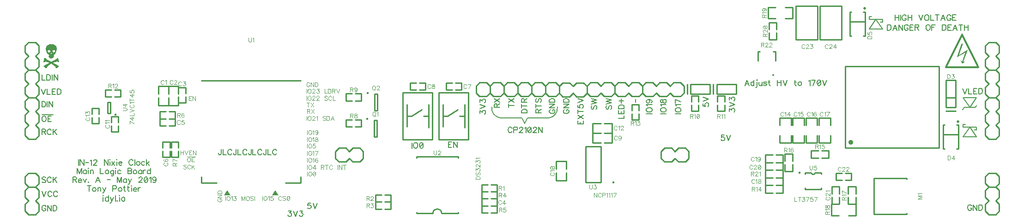
<source format=gbr>
G04 DipTrace 3.1.0.1*
G04 Bottom-Clock-IN12e.TopSilk.gbr*
%MOIN*%
G04 #@! TF.FileFunction,Legend,Top*
G04 #@! TF.Part,Single*
%ADD10C,0.009843*%
%ADD12C,0.002992*%
%ADD14C,0.011811*%
%ADD21C,0.007874*%
%ADD31C,0.019689*%
%ADD40C,0.035416*%
%ADD46C,0.015422*%
%ADD49C,0.013787*%
%ADD57C,0.015431*%
%ADD61C,0.015821*%
%ADD63C,0.01571*%
%ADD151C,0.004632*%
%ADD152C,0.006176*%
%FSLAX26Y26*%
G04*
G70*
G90*
G75*
G01*
G04 TopSilk*
%LPD*%
X1386142Y1281813D2*
D10*
Y1224724D1*
X1457008D1*
Y1281813D1*
X1386142Y1362520D2*
Y1305431D1*
Y1362520D2*
X1457008D1*
Y1305431D2*
Y1362520D1*
Y1281813D2*
Y1224724D1*
X1527874D1*
Y1281813D1*
X1457008Y1362520D2*
Y1305431D1*
Y1362520D2*
X1527874D1*
Y1305431D2*
Y1362520D1*
X1529843Y1285742D2*
Y1242441D1*
X1581024D1*
Y1285742D1*
X1529843Y1352666D2*
Y1309365D1*
Y1352677D2*
X1581024D1*
Y1309365D2*
Y1352666D1*
X3785754Y498346D2*
X3829055D1*
Y549528D1*
X3785754D1*
X3718830Y498346D2*
X3762131D1*
X3718819D2*
Y549528D1*
X3762131D2*
X3718830D1*
X1439285Y1128268D2*
X1395984D1*
Y1077087D1*
X1439285D1*
X1506209Y1128268D2*
X1462909D1*
X1506220D2*
Y1077087D1*
X1462909D2*
X1506209D1*
X1466850Y915676D2*
Y958976D1*
X1415669D1*
Y915676D1*
X1466850Y848751D2*
Y892052D1*
Y848740D2*
X1415669D1*
Y892052D2*
Y848751D1*
X3506214Y1388110D2*
X3462913D1*
Y1336929D1*
X3506214D1*
X3573139Y1388110D2*
X3529838D1*
X3573150D2*
Y1336929D1*
X3529838D2*
X3573139D1*
X3246372Y1388110D2*
X3203071D1*
Y1336929D1*
X3246372D1*
X3313296Y1388110D2*
X3269995D1*
X3313307D2*
Y1336929D1*
X3269995D2*
X3313296D1*
X4577089Y1023937D2*
X4520000D1*
Y953071D1*
X4577089D1*
X4657795Y1023937D2*
X4600707D1*
X4657795D2*
Y953071D1*
X4600707D2*
X4657795D1*
X4256220Y738506D2*
Y681417D1*
X4327087D1*
Y738506D1*
X4256220Y819213D2*
Y762124D1*
Y819213D2*
X4327087D1*
Y762124D2*
Y819213D1*
X1045591Y1077080D2*
Y1033780D1*
X1096772D1*
Y1077080D1*
X1045591Y1144005D2*
Y1100704D1*
Y1144016D2*
X1096772D1*
Y1100704D2*
Y1144005D1*
X4577089Y1094803D2*
X4520000D1*
Y1023937D1*
X4577089D1*
X4657795Y1094803D2*
X4600707D1*
X4657795D2*
Y1023937D1*
X4600707D2*
X4657795D1*
X903858Y1136135D2*
Y1092835D1*
X955039D1*
Y1136135D1*
X903858Y1203060D2*
Y1159759D1*
Y1203071D2*
X955039D1*
Y1159759D2*
Y1203060D1*
X5951102Y1132205D2*
Y1079055D1*
X5868425Y1132205D2*
Y1079055D1*
X5951102Y1008189D2*
Y955039D1*
X5868425Y1132205D2*
X5951102D1*
X5868425Y1008189D2*
Y955039D1*
X5951102D1*
X6045591Y1132205D2*
Y1079055D1*
X5962913Y1132205D2*
Y1079055D1*
X6045591Y1008189D2*
Y955039D1*
X5962913Y1132205D2*
X6045591D1*
X5962913Y1008189D2*
Y955039D1*
X6045591D1*
X6140079Y1132205D2*
Y1079055D1*
X6057402Y1132205D2*
Y1079055D1*
X6140079Y1008189D2*
Y955039D1*
X6057402Y1132205D2*
X6140079D1*
X6057402Y1008189D2*
Y955039D1*
X6140079D1*
X6234567Y1132205D2*
Y1079055D1*
X6151890Y1132205D2*
Y1079055D1*
X6234567Y1008189D2*
Y955039D1*
X6151890Y1132205D2*
X6234567D1*
X6151890Y1008189D2*
Y955039D1*
X6234567D1*
X5817238Y701102D2*
X5766063D1*
Y645984D1*
X5817238D1*
X5840872Y701102D2*
X5892047D1*
Y645984D1*
X5840872D1*
X5817238Y866457D2*
X5766063D1*
Y811339D1*
X5817238D1*
X5840872Y866457D2*
X5892047D1*
Y811339D1*
X5840872D1*
X5817238D2*
X5766063D1*
Y756220D1*
X5817238D1*
X5840872Y811339D2*
X5892047D1*
Y756220D1*
X5840872D1*
X6244409Y561332D2*
Y510157D1*
X6299528D1*
Y561332D1*
X6244409Y584967D2*
Y636142D1*
X6299528D1*
Y584967D1*
X6340872Y683386D2*
X6384173D1*
Y734567D1*
X6340872D1*
X6273948Y683386D2*
X6317249D1*
X6273937D2*
Y734567D1*
X6317249D2*
X6273948D1*
X5984567Y1701102D2*
X6142047D1*
Y1945197D1*
X5984567D1*
Y1701102D1*
X6157795D2*
X6315276D1*
Y1945197D1*
X6157795D1*
Y1701102D1*
X5224731Y1378268D2*
X5366457D1*
Y1307402D1*
X5224731D1*
Y1378268D1*
X5201102D2*
Y1307402D1*
X5413708Y1378268D2*
X5555433D1*
Y1307402D1*
X5413708D1*
Y1378268D1*
X5390079D2*
Y1307402D1*
X7067244Y1208962D2*
X7138110D1*
Y1405827D1*
X7067244D1*
Y1208962D1*
Y1279846D2*
X7138110D1*
X7067244Y1185348D2*
X7138110D1*
X7059370Y1083006D2*
X7047559D1*
Y909756D1*
D31*
X7155825Y1108592D3*
X7157791Y1083006D2*
D10*
X7145980D1*
X7157791D2*
Y909756D1*
X7145980D1*
X7059370D2*
X7047559D1*
X7157791Y1012128D2*
X7051492D1*
X6386142Y1901903D2*
X6374331D1*
Y1728653D1*
D31*
X6482596Y1927490D3*
X6484563Y1901903D2*
D10*
X6472752D1*
X6484563D2*
Y1728653D1*
X6472752D1*
X6386142D2*
X6374331D1*
X6484563Y1831026D2*
X6378264D1*
X3703288Y1288898D2*
X3753268D1*
X3703288D2*
X3678268Y1313898D1*
Y1363898D1*
X3703288Y1388898D1*
X3753268Y1288898D2*
X3778288Y1313898D1*
X3803248Y1288898D1*
X4253248D2*
X4278268Y1313898D1*
Y1363898D1*
X4253248Y1388898D1*
X4203268D1*
X4178248Y1363898D1*
X4153288Y1388898D1*
X4103248D1*
X4078288Y1363898D1*
X4053268Y1388898D1*
X4003288D1*
X3978268Y1363898D1*
X3953248Y1388898D1*
X3903268D1*
X3878248Y1363898D1*
X3853288Y1388898D1*
X3803248D1*
X3778288Y1363898D1*
X3753268Y1388898D1*
X3728248D1*
X3703288D1*
X3803248Y1288898D2*
X3853288D1*
X3878248Y1313898D1*
X3903268Y1288898D1*
X3953248D1*
X3978268Y1313898D1*
X4003288Y1288898D1*
X4053268D1*
X4078288Y1313898D1*
X4103248Y1288898D1*
X4153288D1*
X4178248Y1313898D1*
X4203268Y1288898D1*
X4253248D1*
X4178248Y1313898D2*
Y1363898D1*
X4078288Y1313898D2*
Y1363898D1*
X3978268D2*
Y1313898D1*
X3878248D2*
Y1363898D1*
X3778288D2*
Y1313898D1*
X4453214Y1387717D2*
X4403266D1*
X4453214D2*
X4478268Y1362717D1*
Y1312717D1*
X4453214Y1287717D1*
X4403266Y1387717D2*
X4378213Y1362717D1*
X4353319Y1387717D1*
X4278318Y1312717D2*
X4303211Y1287717D1*
X4353319D1*
X4378213Y1312717D1*
X4403266Y1287717D1*
X4428320D1*
X4453214D1*
X4353319Y1387717D2*
X4303211D1*
X4278318Y1362717D1*
Y1312717D1*
X4703321Y1288898D2*
X4753269D1*
X4703321D2*
X4678268Y1313898D1*
Y1363898D1*
X4703321Y1388898D1*
X4753269Y1288898D2*
X4778323Y1313898D1*
X4803217Y1288898D1*
X4878218Y1363898D2*
X4853324Y1388898D1*
X4803217D1*
X4778323Y1363898D1*
X4753269Y1388898D1*
X4728215D1*
X4703321D1*
X4803217Y1288898D2*
X4853324D1*
X4878218Y1313898D1*
Y1363898D1*
X422756Y1656364D2*
Y1606416D1*
Y1656364D2*
X447756Y1681417D1*
X497756D1*
X522756Y1656364D1*
X422756Y1606416D2*
X447756Y1581362D1*
X422756Y1556468D1*
X497756Y1481467D2*
X522756Y1506361D1*
Y1556468D1*
X497756Y1581362D1*
X522756Y1606416D1*
Y1631470D1*
Y1656364D1*
X422756Y1556468D2*
Y1506361D1*
X447756Y1481467D1*
X497756D1*
X422756Y1456364D2*
Y1406416D1*
Y1456364D2*
X447756Y1481417D1*
X497756D1*
X522756Y1456364D1*
X422756Y1406416D2*
X447756Y1381362D1*
X422756Y1356468D1*
X497756Y1281467D2*
X522756Y1306361D1*
Y1356468D1*
X497756Y1381362D1*
X522756Y1406416D1*
Y1431470D1*
Y1456364D1*
X422756Y1356468D2*
Y1306361D1*
X447756Y1281467D1*
X497756D1*
X422756Y1256367D2*
Y1206417D1*
Y1256367D2*
X447756Y1281417D1*
X497756D1*
X522756Y1256367D1*
X422756Y1206417D2*
X447756Y1181367D1*
X422756Y1156467D1*
X497756Y981417D2*
X522756Y1006467D1*
Y1056417D1*
X497756Y1081467D1*
X522756Y1106367D1*
Y1156467D1*
X497756Y1181367D1*
X522756Y1206417D1*
Y1231467D1*
Y1256367D1*
X422756Y1156467D2*
Y1106367D1*
X447756Y1081467D1*
X422756Y1056417D1*
Y1006467D1*
X447756Y981417D1*
X497756D2*
X447756D1*
X422756Y709513D2*
Y659566D1*
Y709513D2*
X447756Y734567D1*
X497756D1*
X522756Y709513D1*
X422756Y659566D2*
X447756Y634512D1*
X497756D2*
X522756Y659566D1*
Y684619D1*
Y709513D1*
X447756Y634612D2*
X497756D1*
X422756Y609513D2*
Y559566D1*
Y609513D2*
X447756Y634567D1*
X497756D1*
X522756Y609513D1*
X422756Y559566D2*
X447756Y534512D1*
X422756Y509618D1*
X497756Y434617D2*
X522756Y459511D1*
Y509618D1*
X497756Y534512D1*
X522756Y559566D1*
Y584619D1*
Y609513D1*
X422756Y509618D2*
Y459511D1*
X447756Y434617D1*
X497756D1*
X2687573Y816457D2*
X2737521D1*
X2687573D2*
X2662520Y841457D1*
Y891457D1*
X2687573Y916457D1*
X2737521Y816457D2*
X2762575Y841457D1*
X2787469Y816457D1*
X2862470Y891457D2*
X2837576Y916457D1*
X2787469D1*
X2762575Y891457D1*
X2737521Y916457D1*
X2712467D1*
X2687573D1*
X2787469Y816457D2*
X2837576D1*
X2862470Y841457D1*
Y891457D1*
X5037180Y816457D2*
X5087127D1*
X5037180D2*
X5012126Y841457D1*
Y891457D1*
X5037180Y916457D1*
X5087127Y816457D2*
X5112181Y841457D1*
X5137075Y816457D1*
X5212076Y891457D2*
X5187182Y916457D1*
X5137075D1*
X5112181Y891457D1*
X5087127Y916457D1*
X5062074D1*
X5037180D1*
X5137075Y816457D2*
X5187182D1*
X5212076Y841457D1*
Y891457D1*
X7351890Y1656364D2*
Y1606416D1*
Y1656364D2*
X7376890Y1681417D1*
X7426890D1*
X7451890Y1656364D1*
X7351890Y1606416D2*
X7376890Y1581362D1*
X7351890Y1556468D1*
X7426890Y1481467D2*
X7451890Y1506361D1*
Y1556468D1*
X7426890Y1581362D1*
X7451890Y1606416D1*
Y1631470D1*
Y1656364D1*
X7351890Y1556468D2*
Y1506361D1*
X7376890Y1481467D1*
X7426890D1*
X7351890Y1456364D2*
Y1406416D1*
Y1456364D2*
X7376890Y1481417D1*
X7426890D1*
X7451890Y1456364D1*
X7351890Y1406416D2*
X7376890Y1381362D1*
X7351890Y1356468D1*
X7426890Y1281467D2*
X7451890Y1306361D1*
Y1356468D1*
X7426890Y1381362D1*
X7451890Y1406416D1*
Y1431470D1*
Y1456364D1*
X7351890Y1356468D2*
Y1306361D1*
X7376890Y1281467D1*
X7426890D1*
X7351890Y1256367D2*
Y1206417D1*
Y1256367D2*
X7376890Y1281417D1*
X7426890D1*
X7451890Y1256367D1*
X7351890Y1206417D2*
X7376890Y1181367D1*
X7351890Y1156467D1*
X7426890Y981417D2*
X7451890Y1006467D1*
Y1056417D1*
X7426890Y1081467D1*
X7451890Y1106367D1*
Y1156467D1*
X7426890Y1181367D1*
X7451890Y1206417D1*
Y1231467D1*
Y1256367D1*
X7351890Y1156467D2*
Y1106367D1*
X7376890Y1081467D1*
X7351890Y1056417D1*
Y1006467D1*
X7376890Y981417D1*
X7426890D2*
X7376890D1*
X7351890Y709907D2*
Y659959D1*
Y709907D2*
X7376890Y734961D1*
X7426890D1*
X7451890Y709907D1*
X7351890Y659959D2*
X7376890Y634906D1*
X7426890D2*
X7451890Y659959D1*
Y685013D1*
Y709907D1*
X7376890Y635006D2*
X7426890D1*
X7351890Y609513D2*
Y559566D1*
Y609513D2*
X7376890Y634567D1*
X7426890D1*
X7451890Y609513D1*
X7351890Y559566D2*
X7376890Y534512D1*
X7351890Y509618D1*
X7426890Y434617D2*
X7451890Y459511D1*
Y509618D1*
X7426890Y534512D1*
X7451890Y559566D1*
Y584619D1*
Y609513D1*
X7351890Y509618D2*
Y459511D1*
X7376890Y434617D1*
X7426890D1*
X4903318Y1288898D2*
X4953268D1*
X4903318D2*
X4878268Y1313898D1*
Y1363898D1*
X4903318Y1388898D1*
X4953268Y1288898D2*
X4978318Y1313898D1*
X5003218Y1288898D1*
X5178268Y1363898D2*
X5153218Y1388898D1*
X5103268D1*
X5078218Y1363898D1*
X5053318Y1388898D1*
X5003218D1*
X4978318Y1363898D1*
X4953268Y1388898D1*
X4928218D1*
X4903318D1*
X5003218Y1288898D2*
X5053318D1*
X5078218Y1313898D1*
X5103268Y1288898D1*
X5153218D1*
X5178268Y1313898D1*
Y1363898D2*
Y1313898D1*
D40*
X6382207Y957016D3*
X6340866Y915694D2*
D10*
X7018031D1*
Y1506196D1*
X6340866D1*
Y915694D1*
X6547580Y697165D2*
Y437323D1*
X6783784Y697165D2*
X6547580D1*
X6783784Y437323D2*
X6547580D1*
X6783784Y697165D2*
Y689292D1*
Y437323D2*
Y445196D1*
D46*
X2891118Y1125652D3*
X2941260Y1116451D2*
D10*
Y998346D1*
X2960945D1*
Y1116451D1*
X2941260D1*
D46*
X2895055Y1314629D3*
X2945197Y1305428D2*
D10*
Y1187323D1*
X2964882D1*
Y1305428D1*
X2945197D1*
X3785754Y600709D2*
X3829055D1*
Y651890D1*
X3785754D1*
X3718830Y600709D2*
X3762131D1*
X3718819D2*
Y651890D1*
X3762131D2*
X3718830D1*
X2994403Y577087D2*
X2951102D1*
Y525906D1*
X2994403D1*
X3061328Y577087D2*
X3018027D1*
X3061339D2*
Y525906D1*
X3018027D2*
X3061328D1*
X2994403D2*
X2951102D1*
Y474724D1*
X2994403D1*
X3061328Y525906D2*
X3018027D1*
X3061339D2*
Y474724D1*
X3018027D2*
X3061328D1*
X3785754Y549528D2*
X3829055D1*
Y600709D1*
X3785754D1*
X3718830Y549528D2*
X3762131D1*
X3718819D2*
Y600709D1*
X3762131D2*
X3718830D1*
X3785754Y447165D2*
X3829055D1*
Y498346D1*
X3785754D1*
X3718830Y447165D2*
X3762131D1*
X3718819D2*
Y498346D1*
X3762131D2*
X3718830D1*
X1439285Y1179449D2*
X1395984D1*
Y1128268D1*
X1439285D1*
X1506209Y1179449D2*
X1462909D1*
X1506220D2*
Y1128268D1*
X1462909D2*
X1506209D1*
X1529843Y915676D2*
Y958976D1*
X1478661D1*
Y915676D1*
X1529843Y848751D2*
Y892052D1*
Y848740D2*
X1478661D1*
Y892052D2*
Y848751D1*
X2805439Y1069213D2*
X2848740D1*
Y1120394D1*
X2805439D1*
X2738515Y1069213D2*
X2781816D1*
X2738504D2*
Y1120394D1*
X2781816D2*
X2738515D1*
X2805439Y1258189D2*
X2848740D1*
Y1309370D1*
X2805439D1*
X2738515Y1258189D2*
X2781816D1*
X2738504D2*
Y1309370D1*
X2781816D2*
X2738515D1*
X5281811Y1250321D2*
Y1293622D1*
X5230630D1*
Y1250321D1*
X5281811Y1183397D2*
Y1226698D1*
Y1183386D2*
X5230630D1*
Y1226698D2*
Y1183397D1*
X5470787Y1250321D2*
Y1293622D1*
X5419606D1*
Y1250321D1*
X5470787Y1183397D2*
Y1226698D1*
Y1183386D2*
X5419606D1*
Y1226698D2*
Y1183397D1*
X1069219Y1285748D2*
X1112520D1*
Y1336929D1*
X1069219D1*
X1002294Y1285748D2*
X1045595D1*
X1002283D2*
Y1336929D1*
X1045595D2*
X1002294D1*
X4852677Y1187329D2*
Y1230630D1*
X4801496D1*
Y1187329D1*
X4852677Y1120405D2*
Y1163706D1*
Y1120394D2*
X4801496D1*
Y1163706D2*
Y1120405D1*
X5817238Y645984D2*
X5766063D1*
Y590866D1*
X5817238D1*
X5840872Y645984D2*
X5892047D1*
Y590866D1*
X5840872D1*
X6147946Y897953D2*
X6096772D1*
Y842835D1*
X6147946D1*
X6171581Y897953D2*
X6222756D1*
Y842835D1*
X6171581D1*
X5905827Y797553D2*
Y746378D1*
X5960945D1*
Y797553D1*
X5905827Y821187D2*
Y872362D1*
X5960945D1*
Y821187D1*
X6417638Y584967D2*
Y636142D1*
X6362520D1*
Y584967D1*
X6417638Y561332D2*
Y510157D1*
X6362520D1*
Y561332D1*
X6242441Y510157D2*
X6295591D1*
X6242441Y427480D2*
X6295591D1*
X6366457Y510157D2*
X6419606D1*
X6242441Y427480D2*
Y510157D1*
X6366457Y427480D2*
X6419606D1*
Y510157D1*
X5785748Y1935354D2*
X5838898D1*
X5785748Y1852677D2*
X5838898D1*
X5909764Y1935354D2*
X5962913D1*
X5785748Y1852677D2*
Y1935354D1*
X5909764Y1852677D2*
X5962913D1*
Y1935354D1*
X5791654Y1750309D2*
Y1699134D1*
X5846772D1*
Y1750309D1*
X5791654Y1773943D2*
Y1825118D1*
X5846772D1*
Y1773943D1*
X5817238Y756220D2*
X5766063D1*
Y701102D1*
X5817238D1*
X5840872Y756220D2*
X5892047D1*
Y701102D1*
X5840872D1*
X5710943Y1545609D2*
Y1614492D1*
X5836931Y1545609D2*
Y1614492D1*
X5710943D2*
X5726698D1*
X5821176D2*
X5836931D1*
D49*
X5820198Y1444253D3*
X3437317Y1230635D2*
D10*
Y1069198D1*
X3594809Y1230635D2*
Y1065271D1*
X3441250Y1147953D2*
X3472757D1*
X3594809D2*
X3559369D1*
X3472757D2*
X3543616Y1195185D1*
X3409764Y1317244D2*
X3622362D1*
Y978661D1*
X3409764D1*
Y1317244D1*
X3177474Y1230635D2*
Y1069198D1*
X3334967Y1230635D2*
Y1065271D1*
X3181407Y1147953D2*
X3212914D1*
X3334967D2*
X3299527D1*
X3212914D2*
X3283773Y1195185D1*
X3149921Y1317244D2*
X3362520D1*
Y978661D1*
X3149921D1*
Y1317244D1*
X4653214Y1388898D2*
X4603266D1*
X4653214D2*
X4678268Y1363898D1*
Y1313898D1*
X4653214Y1288898D1*
X4603266Y1388898D2*
X4578213Y1363898D1*
X4553319Y1388898D1*
X4478318Y1313898D2*
X4503211Y1288898D1*
X4553319D1*
X4578213Y1313898D1*
X4603266Y1288898D1*
X4628320D1*
X4653214D1*
X4553319Y1388898D2*
X4503211D1*
X4478318Y1363898D1*
Y1313898D1*
X1696028Y1404281D2*
X2412476D1*
X1696028Y707382D2*
Y664101D1*
X1806164D1*
X2302340D2*
X2412476D1*
Y707382D1*
X3547544Y443425D2*
Y451287D1*
X3248361Y443425D2*
Y451287D1*
X3547544Y852874D2*
X3248361D1*
X3547544Y443425D2*
X3429460D1*
X3366446D2*
X3248361D1*
X3429460D2*
G03X3366446Y443425I-31507J-20D01*
G01*
X3547544Y845013D2*
Y852874D1*
X3248361Y845013D2*
Y852874D1*
D57*
X4668305Y666710D3*
X4579055Y665671D2*
D10*
Y925501D1*
X4468819Y665671D2*
Y925501D1*
X4579055D2*
X4468819D1*
X4579055Y665671D2*
X4468819D1*
X1039717Y1167620D2*
X1019969D1*
Y1246385D1*
X1039717D1*
Y1167620D1*
D61*
X1075678Y1156305D3*
X6051501Y736538D2*
D10*
Y728664D1*
X6169602Y736538D2*
Y728664D1*
Y618425D2*
X6051501D1*
D63*
X6012134Y736532D3*
X6051501Y736538D2*
D10*
X6094795D1*
X6169602Y626299D2*
Y618425D1*
X6051501Y626299D2*
Y618425D1*
X6094795Y736538D2*
G03X6126307Y736538I15756J4595D01*
G01*
X6169602D1*
X7067244Y1500315D2*
D14*
X7303465D1*
X7067244D2*
X7185354Y1736535D1*
X7303465Y1500315D1*
G36*
X7161732Y1586937D2*
X7224732Y1626291D1*
X7220787Y1614480D1*
X7208976Y1606614D1*
X7149921Y1575126D1*
X7161732Y1586937D1*
G37*
G36*
X7173543Y1551504D2*
X7185354Y1527882D1*
X7208976Y1539693D1*
X7189299D1*
D1*
X7173543Y1551504D1*
G37*
G36*
X7185354Y1665669D2*
X7181409Y1673535D1*
X7149921Y1575126D1*
X7161732Y1586937D1*
X7193220Y1669614D1*
X7185354Y1665669D1*
G37*
G36*
X7220787Y1614480D2*
X7193220Y1535748D1*
X7185354Y1539693D1*
X7208976Y1606614D1*
X7220787Y1614480D1*
G37*
G36*
X2228661Y610551D2*
X2205039Y575118D1*
X2252283D1*
X2228661Y610551D1*
G37*
G36*
X1882205D2*
X1858583Y575118D1*
X1905827D1*
X1882205Y610551D1*
G37*
X7193228Y1067244D2*
D21*
X7287717D1*
X7193228Y1086929D2*
Y1067244D1*
X7208976Y1086929D2*
X7193228D1*
X7287717Y1067244D2*
Y1047559D1*
X7271969D1*
X7240472Y1067244D2*
X7193228Y996378D1*
X7240472Y1067244D2*
X7287717Y996378D1*
X7193228D1*
X7279843Y1208976D2*
X7201102D1*
X7291654Y1224724D2*
X7279843Y1208976D1*
X7201102D2*
X7189291Y1193228D1*
X7240472Y1208976D2*
X7287717Y1279843D1*
X7240472Y1208976D2*
X7193228Y1279843D1*
X7287717D1*
X6516063Y1846772D2*
X6610551D1*
X6516063Y1866457D2*
Y1846772D1*
X6531811Y1866457D2*
X6516063D1*
X6610551Y1846772D2*
Y1827087D1*
X6594803D1*
X6563307Y1846772D2*
X6516063Y1775906D1*
X6563307Y1846772D2*
X6610551Y1775906D1*
X6516063D1*
X3791654Y1212913D2*
G03X3850709Y1134173I68898J-9843D01*
G01*
X4264094Y1212913D2*
G02X4205039Y1134173I-68898J-9843D01*
G01*
X3850709D2*
X4008189D1*
X4047559D2*
X4205039D1*
X4008189D2*
X4027874Y1094803D1*
X4047559Y1134173D2*
X4027874Y1094803D1*
X597156Y1667568D2*
D12*
X624085D1*
X591760Y1664576D2*
X629482D1*
X587030Y1661584D2*
X634212D1*
X583141Y1658592D2*
X638101D1*
X580056Y1655600D2*
X641186D1*
X577687Y1652608D2*
X643555D1*
X575876Y1649615D2*
X645365D1*
X574589Y1646623D2*
X646652D1*
X573846Y1643631D2*
X647396D1*
X573480Y1640639D2*
X647761D1*
X573321Y1637647D2*
X647921D1*
X573257Y1634655D2*
X647985D1*
X573232Y1631663D2*
X647997D1*
X573235Y1628671D2*
X647901D1*
X573338Y1625678D2*
X588305D1*
X599684D2*
X621681D1*
X636516D2*
X647511D1*
X573730Y1622686D2*
X585825D1*
X601909D2*
X619931D1*
X637246D2*
X646690D1*
X574551Y1619694D2*
X583803D1*
X604003D2*
X618941D1*
X637904D2*
X645530D1*
X575699Y1616702D2*
X583231D1*
X606133D2*
X618607D1*
X638241D2*
X644187D1*
X576950Y1613710D2*
X584127D1*
X603796D2*
X618730D1*
X637194D2*
X642761D1*
X578099Y1610718D2*
X587755D1*
X600981D2*
X620877D1*
X633522D2*
X641395D1*
X579141Y1607726D2*
X593336D1*
X595027D2*
X626477D1*
X627919D2*
X640287D1*
X580316Y1604734D2*
X606720D1*
X615574D2*
X639489D1*
X581846Y1601741D2*
X604959D1*
X616341D2*
X638537D1*
X584129Y1598749D2*
X603889D1*
X617239D2*
X637136D1*
X587497Y1595757D2*
X603140D1*
X618101D2*
X633669D1*
X591503Y1592765D2*
X629703D1*
X595131Y1589773D2*
X626214D1*
X598065Y1586781D2*
X623568D1*
X627077D2*
X630070D1*
X591172Y1583789D2*
X594164D1*
X599240D2*
X623299D1*
X625675D2*
X628921D1*
X592669Y1580797D2*
X606974D1*
X621093D2*
X627542D1*
X594418Y1577804D2*
X625853D1*
X596258Y1574812D2*
X623847D1*
X598282Y1571820D2*
X621491D1*
X600626Y1568828D2*
X618529D1*
X561251Y1565836D2*
X567235D1*
X603140D2*
X615109D1*
X654007D2*
X659991D1*
X559869Y1562844D2*
X570353D1*
X650889D2*
X660003D1*
X558998Y1559852D2*
X573845D1*
X647396D2*
X660119D1*
X558458Y1556860D2*
X578053D1*
X643189D2*
X660606D1*
X557884Y1553867D2*
X583027D1*
X638215D2*
X661692D1*
X557089Y1550875D2*
X588546D1*
X632695D2*
X663063D1*
X556285Y1547883D2*
X594548D1*
X626694D2*
X664251D1*
X555707Y1544891D2*
X567235D1*
X572020D2*
X601373D1*
X619869D2*
X645528D1*
X654007D2*
X663824D1*
X555266Y1541899D2*
X564243D1*
X581258D2*
X609371D1*
X611871D2*
X637636D1*
X656999D2*
X662983D1*
X588194Y1538907D2*
X630829D1*
X593407Y1535915D2*
X625490D1*
X596011Y1532923D2*
X621093D1*
X592027Y1529930D2*
X626627D1*
X587393Y1526938D2*
X606607D1*
X615583D2*
X631986D1*
X581871Y1523946D2*
X601481D1*
X619422D2*
X637670D1*
X575234Y1520954D2*
X596770D1*
X623570D2*
X644112D1*
X568244Y1517962D2*
X592524D1*
X627803D2*
X650805D1*
X562492Y1514970D2*
X588812D1*
X631829D2*
X656756D1*
X558141Y1511978D2*
X585575D1*
X635353D2*
X661633D1*
X556127Y1508986D2*
X582912D1*
X638189D2*
X665975D1*
X557761Y1505993D2*
X580956D1*
X640227D2*
X662518D1*
X561536Y1503001D2*
X579457D1*
X641763D2*
X658759D1*
X565840Y1500009D2*
X577913D1*
X643320D2*
X654869D1*
X570227Y1497017D2*
X576211D1*
X645030D2*
X651014D1*
X597156Y1667568D2*
X591760Y1664576D1*
X587030Y1661584D1*
X583141Y1658592D1*
X580056Y1655600D1*
X577687Y1652608D1*
X575876Y1649615D1*
X574589Y1646623D1*
X573846Y1643631D1*
X573480Y1640639D1*
X573321Y1637647D1*
X573257Y1634655D1*
X573232Y1631663D1*
X573235Y1628671D1*
X573338Y1625678D1*
X573730Y1622686D1*
X574551Y1619694D1*
X575699Y1616702D1*
X576950Y1613710D1*
X578099Y1610718D1*
X579141Y1607726D1*
X580316Y1604734D1*
X581846Y1601741D1*
X584129Y1598749D1*
X587497Y1595757D1*
X591503Y1592765D1*
X595131Y1589773D1*
X598065Y1586781D1*
X599240Y1583789D1*
X600148Y1580797D1*
X621093D1*
Y1577804D1*
X624085Y1667568D2*
X629482Y1664576D1*
X634212Y1661584D1*
X638101Y1658592D1*
X641186Y1655600D1*
X643555Y1652608D1*
X645365Y1649615D1*
X646652Y1646623D1*
X647396Y1643631D1*
X647761Y1640639D1*
X647921Y1637647D1*
X647985Y1634655D1*
X647997Y1631663D1*
X647901Y1628671D1*
X647511Y1625678D1*
X646690Y1622686D1*
X645530Y1619694D1*
X644187Y1616702D1*
X642761Y1613710D1*
X641395Y1610718D1*
X640287Y1607726D1*
X639489Y1604734D1*
X638537Y1601741D1*
X637136Y1598749D1*
X633669Y1595757D1*
X629703Y1592765D1*
X626214Y1589773D1*
X623568Y1586781D1*
X623299Y1583789D1*
X624085Y1580797D1*
X591172Y1628671D2*
X588305Y1625678D1*
X585825Y1622686D1*
X583803Y1619694D1*
X583231Y1616702D1*
X584127Y1613710D1*
X587755Y1610718D1*
X593336Y1607726D1*
X600148Y1604734D1*
X597156Y1628671D2*
X599684Y1625678D1*
X601909Y1622686D1*
X604003Y1619694D1*
X606133Y1616702D1*
X603796Y1613710D1*
X600981Y1610718D1*
X595027Y1607726D1*
X588180Y1604734D1*
X624085Y1628671D2*
X621681Y1625678D1*
X619931Y1622686D1*
X618941Y1619694D1*
X618607Y1616702D1*
X618730Y1613710D1*
X620877Y1610718D1*
X626477Y1607726D1*
X633062Y1604734D1*
X636054Y1628671D2*
X636516Y1625678D1*
X637246Y1622686D1*
X637904Y1619694D1*
X638241Y1616702D1*
X637194Y1613710D1*
X633522Y1610718D1*
X627919Y1607726D1*
X621093Y1604734D1*
X609125Y1607726D2*
X606720Y1604734D1*
X604959Y1601741D1*
X603889Y1598749D1*
X603140Y1595757D1*
X615109Y1592765D1*
Y1607726D2*
X615574Y1604734D1*
X616341Y1601741D1*
X617239Y1598749D1*
X618101Y1595757D1*
X606133Y1592765D1*
X627077Y1586781D2*
X625675Y1583789D1*
X624085Y1580797D1*
X630070Y1586781D2*
X628921Y1583789D1*
X627542Y1580797D1*
X625853Y1577804D1*
X623847Y1574812D1*
X621491Y1571820D1*
X618529Y1568828D1*
X615109Y1565836D1*
X591172Y1583789D2*
X592669Y1580797D1*
X594418Y1577804D1*
X596258Y1574812D1*
X598282Y1571820D1*
X600626Y1568828D1*
X603140Y1565836D1*
X594164Y1583789D2*
X606974Y1580797D1*
X621093Y1577804D1*
X561251Y1565836D2*
X559869Y1562844D1*
X558998Y1559852D1*
X558458Y1556860D1*
X557884Y1553867D1*
X557089Y1550875D1*
X556285Y1547883D1*
X555707Y1544891D1*
X555266Y1541899D1*
X567235Y1565836D2*
X570353Y1562844D1*
X573845Y1559852D1*
X578053Y1556860D1*
X583027Y1553867D1*
X588546Y1550875D1*
X594548Y1547883D1*
X601373Y1544891D1*
X609371Y1541899D1*
X618101Y1538907D1*
X654007Y1565836D2*
X650889Y1562844D1*
X647396Y1559852D1*
X643189Y1556860D1*
X638215Y1553867D1*
X632695Y1550875D1*
X626694Y1547883D1*
X619869Y1544891D1*
X611871Y1541899D1*
X603140Y1538907D1*
X659991Y1565836D2*
X660003Y1562844D1*
X660119Y1559852D1*
X660606Y1556860D1*
X661692Y1553867D1*
X663063Y1550875D1*
X664251Y1547883D1*
X663824Y1544891D1*
X662983Y1541899D1*
X570227Y1547883D2*
X567235Y1544891D1*
X564243Y1541899D1*
X561251Y1547883D2*
X572020Y1544891D1*
X581258Y1541899D1*
X588194Y1538907D1*
X593407Y1535915D1*
X596011Y1532923D1*
X592027Y1529930D1*
X587393Y1526938D1*
X581871Y1523946D1*
X575234Y1520954D1*
X568244Y1517962D1*
X562492Y1514970D1*
X558141Y1511978D1*
X556127Y1508986D1*
X557761Y1505993D1*
X561536Y1503001D1*
X565840Y1500009D1*
X570227Y1497017D1*
X654007Y1547883D2*
X645528Y1544891D1*
X637636Y1541899D1*
X630829Y1538907D1*
X625490Y1535915D1*
X621093Y1532923D1*
X626627Y1529930D1*
X631986Y1526938D1*
X637670Y1523946D1*
X644112Y1520954D1*
X650805Y1517962D1*
X656756Y1514970D1*
X661633Y1511978D1*
X665975Y1508986D1*
X662518Y1505993D1*
X658759Y1503001D1*
X654869Y1500009D1*
X651014Y1497017D1*
Y1547883D2*
X654007Y1544891D1*
X656999Y1541899D1*
X612117Y1529930D2*
X606607Y1526938D1*
X601481Y1523946D1*
X596770Y1520954D1*
X592524Y1517962D1*
X588812Y1514970D1*
X585575Y1511978D1*
X582912Y1508986D1*
X580956Y1505993D1*
X579457Y1503001D1*
X577913Y1500009D1*
X576211Y1497017D1*
X612117Y1529930D2*
X615583Y1526938D1*
X619422Y1523946D1*
X623570Y1520954D1*
X627803Y1517962D1*
X631829Y1514970D1*
X635353Y1511978D1*
X638189Y1508986D1*
X640227Y1505993D1*
X641763Y1503001D1*
X643320Y1500009D1*
X645030Y1497017D1*
X1424106Y1399291D2*
D151*
X1422680Y1402143D1*
X1419795Y1405028D1*
X1416943Y1406454D1*
X1411206D1*
X1408321Y1405028D1*
X1405469Y1402143D1*
X1404010Y1399291D1*
X1402584Y1394980D1*
Y1387783D1*
X1404010Y1383506D1*
X1405469Y1380621D1*
X1408321Y1377769D1*
X1411206Y1376310D1*
X1416943D1*
X1419795Y1377769D1*
X1422680Y1380621D1*
X1424106Y1383506D1*
X1433370Y1400683D2*
X1436255Y1402143D1*
X1440566Y1406420D1*
Y1376310D1*
X1488522Y1399291D2*
X1487096Y1402143D1*
X1484211Y1405028D1*
X1481359Y1406454D1*
X1475622D1*
X1472737Y1405028D1*
X1469885Y1402143D1*
X1468426Y1399291D1*
X1467000Y1394980D1*
Y1387783D1*
X1468426Y1383506D1*
X1469885Y1380621D1*
X1472737Y1377769D1*
X1475622Y1376310D1*
X1481359D1*
X1484211Y1377769D1*
X1487096Y1380621D1*
X1488522Y1383506D1*
X1499245Y1399257D2*
Y1400683D1*
X1500671Y1403568D1*
X1502097Y1404994D1*
X1504982Y1406420D1*
X1510719D1*
X1513571Y1404994D1*
X1514997Y1403568D1*
X1516456Y1400683D1*
Y1397831D1*
X1514997Y1394946D1*
X1512145Y1390669D1*
X1497786Y1376310D1*
X1517882D1*
X1551514Y1389448D2*
X1550088Y1392300D1*
X1547203Y1395185D1*
X1544351Y1396611D1*
X1538614D1*
X1535729Y1395185D1*
X1532877Y1392300D1*
X1531418Y1389448D1*
X1529992Y1385137D1*
Y1377941D1*
X1531418Y1373663D1*
X1532877Y1370778D1*
X1535729Y1367926D1*
X1538614Y1366467D1*
X1544351D1*
X1547203Y1367926D1*
X1550088Y1370778D1*
X1551514Y1373663D1*
X1563663Y1396578D2*
X1579415D1*
X1570826Y1385104D1*
X1575137D1*
X1577989Y1383678D1*
X1579415Y1382252D1*
X1580874Y1377941D1*
Y1375089D1*
X1579415Y1370778D1*
X1576563Y1367893D1*
X1572252Y1366467D1*
X1567941D1*
X1563663Y1367893D1*
X1562237Y1369352D1*
X1560778Y1372204D1*
X3859856Y531180D2*
X3858430Y534032D1*
X3855545Y536917D1*
X3852693Y538343D1*
X3846957D1*
X3844071Y536917D1*
X3841220Y534032D1*
X3839760Y531180D1*
X3838334Y526869D1*
Y519673D1*
X3839760Y515395D1*
X3841220Y512510D1*
X3844071Y509658D1*
X3846957Y508199D1*
X3852693D1*
X3855545Y509658D1*
X3858430Y512510D1*
X3859856Y515395D1*
X3883479Y508199D2*
Y538310D1*
X3869120Y518247D1*
X3890642D1*
X1541672Y1109921D2*
X1540246Y1112772D1*
X1537361Y1115657D1*
X1534509Y1117083D1*
X1528772D1*
X1525887Y1115657D1*
X1523035Y1112772D1*
X1521576Y1109921D1*
X1520150Y1105609D1*
Y1098413D1*
X1521576Y1094136D1*
X1523035Y1091250D1*
X1525887Y1088399D1*
X1528772Y1086939D1*
X1534509D1*
X1537361Y1088399D1*
X1540246Y1091250D1*
X1541672Y1094136D1*
X1568146Y1117050D2*
X1553820D1*
X1552394Y1104150D1*
X1553820Y1105576D1*
X1558131Y1107035D1*
X1562409D1*
X1566720Y1105576D1*
X1569605Y1102724D1*
X1571031Y1098413D1*
Y1095561D1*
X1569605Y1091250D1*
X1566720Y1088365D1*
X1562409Y1086939D1*
X1558131D1*
X1553820Y1088365D1*
X1552394Y1089825D1*
X1550935Y1092676D1*
X1430080Y810118D2*
X1427228Y808692D1*
X1424343Y805807D1*
X1422917Y802955D1*
Y797218D1*
X1424343Y794333D1*
X1427228Y791481D1*
X1430079Y790022D1*
X1434391Y788596D1*
X1441587D1*
X1445864Y790022D1*
X1448750Y791481D1*
X1451601Y794333D1*
X1453061Y797218D1*
Y802955D1*
X1451601Y805807D1*
X1448750Y808692D1*
X1445865Y810118D1*
X1427228Y836592D2*
X1424376Y835166D1*
X1422950Y830855D1*
Y828004D1*
X1424376Y823692D1*
X1428687Y820807D1*
X1435850Y819381D1*
X1443013D1*
X1448750Y820807D1*
X1451635Y823692D1*
X1453061Y828003D1*
Y829429D1*
X1451635Y833707D1*
X1448750Y836592D1*
X1444439Y838018D1*
X1443013D1*
X1438702Y836592D1*
X1435850Y833707D1*
X1434424Y829429D1*
Y828003D1*
X1435850Y823692D1*
X1438702Y820807D1*
X1443013Y819381D1*
X3608601Y1369763D2*
X3607175Y1372615D1*
X3604290Y1375500D1*
X3601438Y1376926D1*
X3595701D1*
X3592816Y1375500D1*
X3589964Y1372615D1*
X3588505Y1369763D1*
X3587079Y1365452D1*
Y1358256D1*
X3588505Y1353978D1*
X3589964Y1351093D1*
X3592816Y1348241D1*
X3595701Y1346782D1*
X3601438D1*
X3604290Y1348241D1*
X3607175Y1351093D1*
X3608601Y1353978D1*
X3623601Y1346782D2*
X3637960Y1376893D1*
X3617864D1*
X3348775Y1369763D2*
X3347349Y1372615D1*
X3344464Y1375500D1*
X3341612Y1376926D1*
X3335875D1*
X3332990Y1375500D1*
X3330138Y1372615D1*
X3328679Y1369763D1*
X3327253Y1365452D1*
Y1358256D1*
X3328679Y1353978D1*
X3330138Y1351093D1*
X3332990Y1348241D1*
X3335875Y1346782D1*
X3341612D1*
X3344464Y1348241D1*
X3347349Y1351093D1*
X3348775Y1353978D1*
X3365201Y1376893D2*
X3360924Y1375467D1*
X3359464Y1372615D1*
Y1369730D1*
X3360924Y1366878D1*
X3363775Y1365419D1*
X3369512Y1363993D1*
X3373823Y1362567D1*
X3376675Y1359682D1*
X3378101Y1356830D1*
Y1352519D1*
X3376675Y1349667D1*
X3375249Y1348208D1*
X3370938Y1346782D1*
X3365201D1*
X3360924Y1348208D1*
X3359464Y1349667D1*
X3358038Y1352519D1*
Y1356830D1*
X3359464Y1359682D1*
X3362350Y1362567D1*
X3366627Y1363993D1*
X3372364Y1365419D1*
X3375249Y1366878D1*
X3376675Y1369730D1*
Y1372615D1*
X3375249Y1375467D1*
X3370938Y1376893D1*
X3365201D1*
X4695928Y997716D2*
X4694502Y1000568D1*
X4691617Y1003453D1*
X4688765Y1004879D1*
X4683028D1*
X4680143Y1003453D1*
X4677291Y1000568D1*
X4675832Y997716D1*
X4674406Y993405D1*
Y986209D1*
X4675832Y981931D1*
X4677291Y979046D1*
X4680143Y976194D1*
X4683028Y974735D1*
X4688765D1*
X4691617Y976194D1*
X4694502Y979046D1*
X4695928Y981931D1*
X4723862Y994831D2*
X4722403Y990520D1*
X4719551Y987635D1*
X4715240Y986209D1*
X4713814D1*
X4709503Y987635D1*
X4706651Y990520D1*
X4705192Y994831D1*
Y996257D1*
X4706651Y1000568D1*
X4709503Y1003420D1*
X4713814Y1004846D1*
X4715240D1*
X4719551Y1003420D1*
X4722403Y1000568D1*
X4723862Y994831D1*
Y987635D1*
X4722403Y980472D1*
X4719551Y976161D1*
X4715240Y974735D1*
X4712388D1*
X4708077Y976161D1*
X4706651Y979046D1*
X4219450Y738166D2*
X4216598Y736740D1*
X4213713Y733855D1*
X4212287Y731004D1*
Y725267D1*
X4213713Y722381D1*
X4216598Y719530D1*
X4219450Y718070D1*
X4223761Y716645D1*
X4230957D1*
X4235235Y718070D1*
X4238120Y719530D1*
X4240972Y722381D1*
X4242431Y725267D1*
Y731003D1*
X4240972Y733855D1*
X4238120Y736740D1*
X4235235Y738166D1*
X4218057Y747430D2*
X4216598Y750315D1*
X4212320Y754626D1*
X4242431D1*
X4212320Y772512D2*
X4213746Y768201D1*
X4218057Y765316D1*
X4225220Y763890D1*
X4229531D1*
X4236694Y765316D1*
X4241005Y768201D1*
X4242431Y772512D1*
Y775363D1*
X4241005Y779675D1*
X4236694Y782526D1*
X4229531Y783986D1*
X4225220D1*
X4218057Y782526D1*
X4213746Y779675D1*
X4212320Y775364D1*
Y772512D1*
X4218057Y782526D2*
X4236694Y765316D1*
X1008820Y1083199D2*
X1005968Y1081773D1*
X1003083Y1078888D1*
X1001657Y1076036D1*
Y1070299D1*
X1003083Y1067414D1*
X1005968Y1064562D1*
X1008820Y1063103D1*
X1013131Y1061677D1*
X1020327D1*
X1024605Y1063103D1*
X1027490Y1064562D1*
X1030342Y1067414D1*
X1031801Y1070299D1*
Y1076036D1*
X1030342Y1078888D1*
X1027490Y1081773D1*
X1024605Y1083199D1*
X1007427Y1092463D2*
X1005968Y1095348D1*
X1001690Y1099659D1*
X1031801D1*
X1007427Y1108922D2*
X1005968Y1111807D1*
X1001690Y1116118D1*
X1031801D1*
X4694859Y1068582D2*
X4693433Y1071434D1*
X4690548Y1074319D1*
X4687696Y1075745D1*
X4681959D1*
X4679074Y1074319D1*
X4676222Y1071434D1*
X4674763Y1068582D1*
X4673337Y1064271D1*
Y1057075D1*
X4674763Y1052797D1*
X4676222Y1049912D1*
X4679074Y1047060D1*
X4681959Y1045601D1*
X4687696D1*
X4690548Y1047060D1*
X4693433Y1049912D1*
X4694859Y1052797D1*
X4704123Y1069975D2*
X4707008Y1071434D1*
X4711319Y1075712D1*
Y1045601D1*
X4722042Y1068549D2*
Y1069975D1*
X4723468Y1072860D1*
X4724893Y1074286D1*
X4727779Y1075712D1*
X4733516D1*
X4736367Y1074286D1*
X4737793Y1072860D1*
X4739252Y1069975D1*
Y1067123D1*
X4737793Y1064238D1*
X4734941Y1059960D1*
X4720582Y1045601D1*
X4740678D1*
X867087Y1135804D2*
X864236Y1134378D1*
X861350Y1131493D1*
X859924Y1128641D1*
Y1122904D1*
X861350Y1120019D1*
X864235Y1117167D1*
X867087Y1115708D1*
X871398Y1114282D1*
X878594D1*
X882872Y1115708D1*
X885757Y1117167D1*
X888609Y1120019D1*
X890068Y1122904D1*
Y1128641D1*
X888609Y1131493D1*
X885757Y1134378D1*
X882872Y1135804D1*
X865695Y1145068D2*
X864236Y1147953D1*
X859958Y1152264D1*
X890068D1*
X859958Y1164412D2*
Y1180164D1*
X871432Y1171575D1*
Y1175886D1*
X872858Y1178738D1*
X874283Y1180164D1*
X878595Y1181623D1*
X881446D1*
X885757Y1180164D1*
X888642Y1177312D1*
X890068Y1173001D1*
Y1168690D1*
X888643Y1164412D1*
X887183Y1162986D1*
X884331Y1161527D1*
X5896902Y1168976D2*
X5895476Y1171828D1*
X5892591Y1174713D1*
X5889739Y1176139D1*
X5884002D1*
X5881117Y1174713D1*
X5878265Y1171828D1*
X5876806Y1168976D1*
X5875380Y1164665D1*
Y1157469D1*
X5876806Y1153191D1*
X5878265Y1150306D1*
X5881117Y1147454D1*
X5884002Y1145995D1*
X5889739D1*
X5892591Y1147454D1*
X5895476Y1150306D1*
X5896902Y1153191D1*
X5906166Y1170368D2*
X5909051Y1171828D1*
X5913362Y1176105D1*
Y1145995D1*
X5936984D2*
Y1176105D1*
X5922625Y1156043D1*
X5944147D1*
X5992103Y1168976D2*
X5990677Y1171828D1*
X5987792Y1174713D1*
X5984940Y1176139D1*
X5979203D1*
X5976318Y1174713D1*
X5973466Y1171828D1*
X5972007Y1168976D1*
X5970581Y1164665D1*
Y1157469D1*
X5972007Y1153191D1*
X5973466Y1150306D1*
X5976318Y1147454D1*
X5979203Y1145995D1*
X5984940D1*
X5987792Y1147454D1*
X5990677Y1150306D1*
X5992103Y1153191D1*
X6001367Y1170368D2*
X6004252Y1171828D1*
X6008563Y1176105D1*
Y1145995D1*
X6035037Y1176105D2*
X6020712D1*
X6019286Y1163205D1*
X6020712Y1164631D1*
X6025023Y1166091D1*
X6029300D1*
X6033612Y1164631D1*
X6036497Y1161780D1*
X6037923Y1157469D1*
Y1154617D1*
X6036497Y1150306D1*
X6033612Y1147421D1*
X6029300Y1145995D1*
X6025023D1*
X6020712Y1147421D1*
X6019286Y1148880D1*
X6017827Y1151732D1*
X6087321Y1168976D2*
X6085895Y1171828D1*
X6083010Y1174713D1*
X6080158Y1176139D1*
X6074421D1*
X6071536Y1174713D1*
X6068684Y1171828D1*
X6067225Y1168976D1*
X6065799Y1164665D1*
Y1157469D1*
X6067225Y1153191D1*
X6068684Y1150306D1*
X6071536Y1147454D1*
X6074421Y1145995D1*
X6080158D1*
X6083010Y1147454D1*
X6085895Y1150306D1*
X6087321Y1153191D1*
X6096585Y1170368D2*
X6099470Y1171828D1*
X6103781Y1176105D1*
Y1145995D1*
X6130255Y1171828D2*
X6128829Y1174679D1*
X6124518Y1176105D1*
X6121666D1*
X6117355Y1174679D1*
X6114470Y1170368D1*
X6113044Y1163205D1*
Y1156043D1*
X6114470Y1150306D1*
X6117355Y1147421D1*
X6121666Y1145995D1*
X6123092D1*
X6127370Y1147421D1*
X6130255Y1150306D1*
X6131681Y1154617D1*
Y1156043D1*
X6130255Y1160354D1*
X6127370Y1163205D1*
X6123092Y1164631D1*
X6121666D1*
X6117355Y1163205D1*
X6114470Y1160354D1*
X6113044Y1156043D1*
X6181080Y1168976D2*
X6179654Y1171828D1*
X6176769Y1174713D1*
X6173917Y1176139D1*
X6168180D1*
X6165295Y1174713D1*
X6162443Y1171828D1*
X6160984Y1168976D1*
X6159558Y1164665D1*
Y1157469D1*
X6160984Y1153191D1*
X6162443Y1150306D1*
X6165295Y1147454D1*
X6168180Y1145995D1*
X6173917D1*
X6176769Y1147454D1*
X6179654Y1150306D1*
X6181080Y1153191D1*
X6190343Y1170368D2*
X6193228Y1171828D1*
X6197539Y1176105D1*
Y1145995D1*
X6212540D2*
X6226899Y1176105D1*
X6206803D1*
X5687002Y682755D2*
X5685576Y685607D1*
X5682691Y688492D1*
X5679839Y689918D1*
X5674102D1*
X5671217Y688492D1*
X5668365Y685607D1*
X5666906Y682755D1*
X5665480Y678444D1*
Y671248D1*
X5666906Y666970D1*
X5668365Y664085D1*
X5671217Y661233D1*
X5674102Y659774D1*
X5679839D1*
X5682691Y661233D1*
X5685576Y664085D1*
X5687002Y666970D1*
X5696265Y684148D2*
X5699150Y685607D1*
X5703461Y689885D1*
Y659774D1*
X5719888Y689885D2*
X5715610Y688459D1*
X5714151Y685607D1*
Y682722D1*
X5715610Y679870D1*
X5718462Y678411D1*
X5724199Y676985D1*
X5728510Y675559D1*
X5731362Y672674D1*
X5732788Y669822D1*
Y665511D1*
X5731362Y662659D1*
X5729936Y661200D1*
X5725625Y659774D1*
X5719888D1*
X5715610Y661200D1*
X5714151Y662659D1*
X5712725Y665511D1*
Y669822D1*
X5714151Y672674D1*
X5717036Y675559D1*
X5721314Y676985D1*
X5727051Y678411D1*
X5729936Y679870D1*
X5731362Y682722D1*
Y685607D1*
X5729936Y688459D1*
X5725625Y689885D1*
X5719888D1*
X5683761Y844172D2*
X5682335Y847024D1*
X5679450Y849909D1*
X5676598Y851335D1*
X5670861D1*
X5667976Y849909D1*
X5665124Y847024D1*
X5663665Y844172D1*
X5662239Y839861D1*
Y832665D1*
X5663665Y828388D1*
X5665124Y825502D1*
X5667976Y822651D1*
X5670861Y821191D1*
X5676598D1*
X5679450Y822651D1*
X5682335Y825502D1*
X5683761Y828388D1*
X5693025Y845565D2*
X5695910Y847024D1*
X5700221Y851302D1*
Y821191D1*
X5728154Y841287D2*
X5726695Y836976D1*
X5723843Y834091D1*
X5719532Y832665D1*
X5718106D1*
X5713795Y834091D1*
X5710944Y836976D1*
X5709484Y841287D1*
Y842713D1*
X5710944Y847024D1*
X5713795Y849876D1*
X5718106Y851302D1*
X5719532D1*
X5723843Y849876D1*
X5726695Y847024D1*
X5728154Y841287D1*
Y834091D1*
X5726695Y826928D1*
X5723843Y822617D1*
X5719532Y821191D1*
X5716680D1*
X5712369Y822617D1*
X5710944Y825502D1*
X5672661Y785117D2*
X5671235Y787969D1*
X5668350Y790854D1*
X5665498Y792280D1*
X5659761D1*
X5656876Y790854D1*
X5654024Y787969D1*
X5652565Y785117D1*
X5651139Y780806D1*
Y773610D1*
X5652565Y769332D1*
X5654024Y766447D1*
X5656876Y763595D1*
X5659761Y762136D1*
X5665498D1*
X5668350Y763595D1*
X5671235Y766447D1*
X5672661Y769332D1*
X5683384Y785084D2*
Y786510D1*
X5684810Y789395D1*
X5686236Y790821D1*
X5689121Y792247D1*
X5694858D1*
X5697710Y790821D1*
X5699136Y789395D1*
X5700595Y786510D1*
Y783658D1*
X5699136Y780773D1*
X5696284Y776495D1*
X5681925Y762136D1*
X5702021D1*
X5719906Y792247D2*
X5715595Y790821D1*
X5712710Y786510D1*
X5711284Y779347D1*
Y775036D1*
X5712710Y767873D1*
X5715595Y763562D1*
X5719906Y762136D1*
X5722758D1*
X5727069Y763562D1*
X5729921Y767873D1*
X5731380Y775036D1*
Y779347D1*
X5729921Y786510D1*
X5727069Y790821D1*
X5722758Y792247D1*
X5719906D1*
X5729921Y786510D2*
X5712710Y767873D1*
X6207639Y561001D2*
X6204787Y559575D1*
X6201902Y556690D1*
X6200476Y553838D1*
Y548101D1*
X6201902Y545216D1*
X6204787Y542364D1*
X6207639Y540905D1*
X6211950Y539479D1*
X6219146D1*
X6223424Y540905D1*
X6226309Y542364D1*
X6229161Y545216D1*
X6230620Y548101D1*
Y553838D1*
X6229161Y556690D1*
X6226309Y559575D1*
X6223424Y561001D1*
X6207672Y571724D2*
X6206246D1*
X6203361Y573150D1*
X6201935Y574576D1*
X6200509Y577461D1*
Y583198D1*
X6201935Y586050D1*
X6203361Y587476D1*
X6206246Y588935D1*
X6209098D1*
X6211983Y587476D1*
X6216261Y584624D1*
X6230620Y570265D1*
Y590361D1*
X6206246Y599624D2*
X6204787Y602509D1*
X6200509Y606820D1*
X6230620D1*
X6310457Y771338D2*
X6309031Y774190D1*
X6306146Y777075D1*
X6303294Y778501D1*
X6297557D1*
X6294672Y777075D1*
X6291820Y774190D1*
X6290361Y771338D1*
X6288935Y767027D1*
Y759831D1*
X6290361Y755553D1*
X6291820Y752668D1*
X6294672Y749816D1*
X6297557Y748357D1*
X6303294D1*
X6306146Y749816D1*
X6309031Y752668D1*
X6310457Y755553D1*
X6321179Y771305D2*
Y772731D1*
X6322605Y775616D1*
X6324031Y777042D1*
X6326916Y778468D1*
X6332653D1*
X6335505Y777042D1*
X6336931Y775616D1*
X6338390Y772731D1*
Y769879D1*
X6336931Y766994D1*
X6334079Y762716D1*
X6319720Y748357D1*
X6339816D1*
X6350539Y771305D2*
Y772731D1*
X6351965Y775616D1*
X6353391Y777042D1*
X6356276Y778468D1*
X6362013D1*
X6364865Y777042D1*
X6366291Y775616D1*
X6367750Y772731D1*
Y769879D1*
X6366291Y766994D1*
X6363439Y762716D1*
X6349080Y748357D1*
X6369176D1*
X6048646Y1659133D2*
X6047220Y1661985D1*
X6044334Y1664870D1*
X6041483Y1666296D1*
X6035746D1*
X6032861Y1664870D1*
X6030009Y1661985D1*
X6028550Y1659133D1*
X6027124Y1654822D1*
Y1647626D1*
X6028550Y1643348D1*
X6030009Y1640463D1*
X6032861Y1637611D1*
X6035746Y1636152D1*
X6041483D1*
X6044334Y1637611D1*
X6047220Y1640463D1*
X6048646Y1643348D1*
X6059368Y1659100D2*
Y1660526D1*
X6060794Y1663411D1*
X6062220Y1664837D1*
X6065105Y1666263D1*
X6070842D1*
X6073694Y1664837D1*
X6075120Y1663411D1*
X6076579Y1660526D1*
Y1657674D1*
X6075120Y1654789D1*
X6072268Y1650511D1*
X6057909Y1636152D1*
X6078005D1*
X6090154Y1666263D2*
X6105906D1*
X6097317Y1654789D1*
X6101628D1*
X6104480Y1653363D1*
X6105906Y1651937D1*
X6107365Y1647626D1*
Y1644774D1*
X6105906Y1640463D1*
X6103054Y1637578D1*
X6098743Y1636152D1*
X6094432D1*
X6090154Y1637578D1*
X6088728Y1639037D1*
X6087269Y1641889D1*
X6217224Y1659133D2*
X6215798Y1661985D1*
X6212913Y1664870D1*
X6210061Y1666296D1*
X6204324D1*
X6201439Y1664870D1*
X6198587Y1661985D1*
X6197128Y1659133D1*
X6195702Y1654822D1*
Y1647626D1*
X6197128Y1643348D1*
X6198587Y1640463D1*
X6201439Y1637611D1*
X6204324Y1636152D1*
X6210061D1*
X6212913Y1637611D1*
X6215798Y1640463D1*
X6217224Y1643348D1*
X6227947Y1659100D2*
Y1660526D1*
X6229373Y1663411D1*
X6230798Y1664837D1*
X6233684Y1666263D1*
X6239421D1*
X6242272Y1664837D1*
X6243698Y1663411D1*
X6245157Y1660526D1*
Y1657674D1*
X6243698Y1654789D1*
X6240846Y1650511D1*
X6226487Y1636152D1*
X6246583D1*
X6270206D2*
Y1666263D1*
X6255847Y1646200D1*
X6277369D1*
X7077949Y1449761D2*
Y1419617D1*
X7087997D1*
X7092308Y1421076D1*
X7095193Y1423928D1*
X7096619Y1426813D1*
X7098045Y1431091D1*
Y1438287D1*
X7096619Y1442598D1*
X7095193Y1445450D1*
X7092308Y1448335D1*
X7087997Y1449761D1*
X7077949D1*
X7110194Y1449728D2*
X7125946D1*
X7117357Y1438254D1*
X7121668D1*
X7124520Y1436828D1*
X7125946Y1435402D1*
X7127405Y1431091D1*
Y1428239D1*
X7125946Y1423928D1*
X7123094Y1421043D1*
X7118783Y1419617D1*
X7114472D1*
X7110194Y1421043D1*
X7108768Y1422502D1*
X7107309Y1425354D1*
X7081173Y860224D2*
Y830080D1*
X7091221D1*
X7095532Y831539D1*
X7098418Y834391D1*
X7099843Y837276D1*
X7101269Y841554D1*
Y848750D1*
X7099843Y853061D1*
X7098418Y855913D1*
X7095532Y858798D1*
X7091221Y860224D1*
X7081173D1*
X7124892Y830080D2*
Y860191D1*
X7110533Y840128D1*
X7132055D1*
X6502616Y1707873D2*
X6532760D1*
Y1717921D1*
X6531301Y1722232D1*
X6528449Y1725117D1*
X6525564Y1726543D1*
X6521286Y1727969D1*
X6514090D1*
X6509779Y1726543D1*
X6506927Y1725117D1*
X6504042Y1722232D1*
X6502616Y1717921D1*
Y1707873D1*
X6502649Y1754444D2*
Y1740118D1*
X6515549Y1738692D1*
X6514123Y1740118D1*
X6512664Y1744429D1*
Y1748707D1*
X6514123Y1753018D1*
X6516975Y1755903D1*
X6521286Y1757329D1*
X6524138D1*
X6528449Y1755903D1*
X6531334Y1753018D1*
X6532760Y1748707D1*
Y1744429D1*
X6531334Y1740118D1*
X6529875Y1738692D1*
X6527023Y1737233D1*
X6894965Y570488D2*
X6864821D1*
X6894965Y559014D1*
X6864821Y547540D1*
X6894965D1*
X6870591Y579752D2*
X6869132Y582637D1*
X6864854Y586948D1*
X6894965D1*
X2939129Y1177288D2*
X2936277Y1175895D1*
X2933392Y1173010D1*
X2931966Y1170125D1*
X2930507Y1165814D1*
Y1158651D1*
X2931966Y1154340D1*
X2933392Y1151488D1*
X2936277Y1148603D1*
X2939129Y1147177D1*
X2944866D1*
X2947751Y1148603D1*
X2950603Y1151488D1*
X2952029Y1154340D1*
X2953488Y1158651D1*
Y1165814D1*
X2952029Y1170125D1*
X2950603Y1173010D1*
X2947751Y1175895D1*
X2944866Y1177288D1*
X2939129D1*
X2943440Y1152914D2*
X2952029Y1144292D1*
X2962751Y1171518D2*
X2965636Y1172977D1*
X2969947Y1177255D1*
Y1147144D1*
X2936616Y1366265D2*
X2933764Y1364872D1*
X2930879Y1361987D1*
X2929453Y1359102D1*
X2927994Y1354791D1*
Y1347628D1*
X2929453Y1343317D1*
X2930879Y1340465D1*
X2933764Y1337580D1*
X2936616Y1336154D1*
X2942353D1*
X2945238Y1337580D1*
X2948090Y1340465D1*
X2949516Y1343317D1*
X2950975Y1347628D1*
Y1354791D1*
X2949516Y1359102D1*
X2948090Y1361987D1*
X2945238Y1364872D1*
X2942353Y1366265D1*
X2936616D1*
X2940927Y1341891D2*
X2949516Y1333269D1*
X2961697Y1359068D2*
Y1360494D1*
X2963123Y1363379D1*
X2964549Y1364805D1*
X2967434Y1366231D1*
X2973171D1*
X2976023Y1364805D1*
X2977449Y1363379D1*
X2978908Y1360494D1*
Y1357643D1*
X2977449Y1354757D1*
X2974597Y1350480D1*
X2960238Y1336121D1*
X2980334D1*
X3842273Y626346D2*
X3855173D1*
X3859484Y627806D1*
X3860943Y629232D1*
X3862369Y632083D1*
Y634969D1*
X3860943Y637820D1*
X3859484Y639280D1*
X3855173Y640705D1*
X3842273D1*
Y610561D1*
X3852321Y626346D2*
X3862369Y610561D1*
X3871633Y634935D2*
X3874518Y636394D1*
X3878829Y640672D1*
Y610561D1*
X2887005Y551543D2*
X2899904D1*
X2904215Y553002D1*
X2905675Y554428D1*
X2907101Y557280D1*
Y560165D1*
X2905675Y563017D1*
X2904215Y564476D1*
X2899904Y565902D1*
X2887005D1*
Y535758D1*
X2897053Y551543D2*
X2907101Y535758D1*
X2917823Y558706D2*
Y560132D1*
X2919249Y563017D1*
X2920675Y564443D1*
X2923560Y565869D1*
X2929297D1*
X2932149Y564443D1*
X2933575Y563017D1*
X2935034Y560132D1*
Y557280D1*
X2933575Y554395D1*
X2930723Y550117D1*
X2916364Y535758D1*
X2936460D1*
X2887005Y500362D2*
X2899904D1*
X2904215Y501821D1*
X2905675Y503247D1*
X2907101Y506099D1*
Y508984D1*
X2905675Y511836D1*
X2904215Y513295D1*
X2899904Y514721D1*
X2887005D1*
Y484577D1*
X2897053Y500362D2*
X2907101Y484577D1*
X2919249Y514688D2*
X2935001D1*
X2926412Y503214D1*
X2930723D1*
X2933575Y501788D1*
X2935001Y500362D1*
X2936460Y496051D1*
Y493199D1*
X2935001Y488888D1*
X2932149Y486003D1*
X2927838Y484577D1*
X2923527D1*
X2919249Y486003D1*
X2917823Y487462D1*
X2916364Y490314D1*
X3842984Y575165D2*
X3855884D1*
X3860195Y576624D1*
X3861654Y578050D1*
X3863080Y580902D1*
Y583787D1*
X3861654Y586639D1*
X3860195Y588098D1*
X3855884Y589524D1*
X3842984D1*
Y559380D1*
X3853032Y575165D2*
X3863080Y559380D1*
X3886703D2*
Y589491D1*
X3872344Y569428D1*
X3893866D1*
X3843697Y468866D2*
X3856597D1*
X3860908Y470325D1*
X3862367Y471751D1*
X3863793Y474603D1*
Y477488D1*
X3862367Y480340D1*
X3860908Y481799D1*
X3856597Y483225D1*
X3843697D1*
Y453081D1*
X3853745Y468866D2*
X3863793Y453081D1*
X3890268Y483192D2*
X3875942D1*
X3874516Y470292D1*
X3875942Y471718D1*
X3880253Y473177D1*
X3884531D1*
X3888842Y471718D1*
X3891727Y468866D1*
X3893153Y464555D1*
Y461703D1*
X3891727Y457392D1*
X3888842Y454507D1*
X3884531Y453081D1*
X3880253D1*
X3875942Y454507D1*
X3874516Y455966D1*
X3873057Y458818D1*
X1521592Y1153906D2*
X1534492D1*
X1538803Y1155365D1*
X1540262Y1156791D1*
X1541688Y1159643D1*
Y1162528D1*
X1540262Y1165379D1*
X1538803Y1166839D1*
X1534492Y1168265D1*
X1521592D1*
Y1138121D1*
X1531640Y1153906D2*
X1541688Y1138121D1*
X1568163Y1163954D2*
X1566737Y1166805D1*
X1562426Y1168231D1*
X1559574D1*
X1555263Y1166805D1*
X1552378Y1162494D1*
X1550952Y1155331D1*
Y1148169D1*
X1552378Y1142432D1*
X1555263Y1139547D1*
X1559574Y1138121D1*
X1561000D1*
X1565278Y1139547D1*
X1568163Y1142432D1*
X1569589Y1146743D1*
Y1148169D1*
X1568163Y1152480D1*
X1565278Y1155331D1*
X1561000Y1156757D1*
X1559574D1*
X1555263Y1155331D1*
X1552378Y1152480D1*
X1550952Y1148169D1*
X1504205Y788579D2*
Y801479D1*
X1502746Y805790D1*
X1501320Y807249D1*
X1498468Y808675D1*
X1495583D1*
X1492731Y807249D1*
X1491272Y805790D1*
X1489846Y801479D1*
Y788579D1*
X1519990D1*
X1504205Y798627D2*
X1519990Y808675D1*
Y823676D2*
X1489879Y838035D1*
Y817939D1*
X2768911Y1149969D2*
X2781811D1*
X2786122Y1151428D1*
X2787581Y1152854D1*
X2789007Y1155705D1*
Y1158591D1*
X2787581Y1161442D1*
X2786122Y1162902D1*
X2781811Y1164328D1*
X2768911D1*
Y1134184D1*
X2778959Y1149969D2*
X2789007Y1134184D1*
X2805433Y1164294D2*
X2801155Y1162868D1*
X2799696Y1160017D1*
Y1157131D1*
X2801155Y1154280D1*
X2804007Y1152820D1*
X2809744Y1151394D1*
X2814055Y1149969D1*
X2816907Y1147083D1*
X2818333Y1144232D1*
Y1139921D1*
X2816907Y1137069D1*
X2815481Y1135609D1*
X2811170Y1134184D1*
X2805433D1*
X2801155Y1135609D1*
X2799696Y1137069D1*
X2798270Y1139921D1*
Y1144232D1*
X2799696Y1147083D1*
X2802581Y1149969D1*
X2806859Y1151394D1*
X2812596Y1152820D1*
X2815481Y1154280D1*
X2816907Y1157131D1*
Y1160017D1*
X2815481Y1162868D1*
X2811170Y1164294D1*
X2805433D1*
X2769607Y1338945D2*
X2782507D1*
X2786818Y1340404D1*
X2788277Y1341830D1*
X2789703Y1344682D1*
Y1347567D1*
X2788277Y1350419D1*
X2786818Y1351878D1*
X2782507Y1353304D1*
X2769607D1*
Y1323160D1*
X2779655Y1338945D2*
X2789703Y1323160D1*
X2817637Y1343256D2*
X2816178Y1338945D1*
X2813326Y1336060D1*
X2809015Y1334634D1*
X2807589D1*
X2803278Y1336060D1*
X2800426Y1338945D1*
X2798967Y1343256D1*
Y1344682D1*
X2800426Y1348993D1*
X2803278Y1351845D1*
X2807589Y1353271D1*
X2809015D1*
X2813326Y1351845D1*
X2816178Y1348993D1*
X2817637Y1343256D1*
Y1336060D1*
X2816178Y1328897D1*
X2813326Y1324586D1*
X2809015Y1323160D1*
X2806163D1*
X2801852Y1324586D1*
X2800426Y1327471D1*
X5223263Y1147041D2*
X5236163D1*
X5240474Y1148500D1*
X5241933Y1149926D1*
X5243359Y1152778D1*
Y1155663D1*
X5241933Y1158515D1*
X5240474Y1159974D1*
X5236163Y1161400D1*
X5223263D1*
Y1131256D1*
X5233311Y1147041D2*
X5243359Y1131256D1*
X5252622Y1155629D2*
X5255507Y1157089D1*
X5259819Y1161366D1*
Y1131256D1*
X5277704Y1161366D2*
X5273393Y1159940D1*
X5270508Y1155629D1*
X5269082Y1148467D1*
Y1144155D1*
X5270508Y1136993D1*
X5273393Y1132682D1*
X5277704Y1131256D1*
X5280556D1*
X5284867Y1132682D1*
X5287719Y1136993D1*
X5289178Y1144155D1*
Y1148467D1*
X5287719Y1155629D1*
X5284867Y1159940D1*
X5280556Y1161366D1*
X5277704D1*
X5287719Y1155629D2*
X5270508Y1136993D1*
X5418689Y1147041D2*
X5431589D1*
X5435900Y1148500D1*
X5437359Y1149926D1*
X5438785Y1152778D1*
Y1155663D1*
X5437359Y1158515D1*
X5435900Y1159974D1*
X5431589Y1161400D1*
X5418689D1*
Y1131256D1*
X5428737Y1147041D2*
X5438785Y1131256D1*
X5448049Y1155629D2*
X5450934Y1157089D1*
X5455245Y1161366D1*
Y1131256D1*
X5464508Y1155629D2*
X5467393Y1157089D1*
X5471704Y1161366D1*
Y1131256D1*
X1024444Y1366504D2*
X1037344D1*
X1041655Y1367963D1*
X1043114Y1369389D1*
X1044540Y1372241D1*
Y1375126D1*
X1043114Y1377978D1*
X1041655Y1379437D1*
X1037344Y1380863D1*
X1024444D1*
Y1350719D1*
X1034492Y1366504D2*
X1044540Y1350719D1*
X1053804Y1375093D2*
X1056689Y1376552D1*
X1061000Y1380830D1*
Y1350719D1*
X1071722Y1373667D2*
Y1375093D1*
X1073148Y1377978D1*
X1074574Y1379404D1*
X1077459Y1380830D1*
X1083196D1*
X1086048Y1379404D1*
X1087474Y1377978D1*
X1088933Y1375093D1*
Y1372241D1*
X1087474Y1369356D1*
X1084622Y1365078D1*
X1070263Y1350719D1*
X1090359D1*
X4794129Y1095859D2*
X4807029D1*
X4811340Y1097319D1*
X4812799Y1098745D1*
X4814225Y1101596D1*
Y1104482D1*
X4812799Y1107333D1*
X4811340Y1108793D1*
X4807029Y1110218D1*
X4794129D1*
Y1080074D1*
X4804177Y1095859D2*
X4814225Y1080074D1*
X4823489Y1104448D2*
X4826374Y1105907D1*
X4830685Y1110185D1*
Y1080074D1*
X4842833Y1110185D2*
X4858585D1*
X4849996Y1098711D1*
X4854307D1*
X4857159Y1097285D1*
X4858585Y1095859D1*
X4860044Y1091548D1*
Y1088697D1*
X4858585Y1084386D1*
X4855733Y1081500D1*
X4851422Y1080074D1*
X4847111D1*
X4842833Y1081500D1*
X4841407Y1082960D1*
X4839948Y1085811D1*
X5669400Y620441D2*
X5682300D1*
X5686611Y621900D1*
X5688070Y623326D1*
X5689496Y626178D1*
Y629063D1*
X5688070Y631915D1*
X5686611Y633374D1*
X5682300Y634800D1*
X5669400D1*
Y604656D1*
X5679448Y620441D2*
X5689496Y604656D1*
X5698760Y629030D2*
X5701645Y630489D1*
X5705956Y634767D1*
Y604656D1*
X5729579D2*
Y634767D1*
X5715219Y614704D1*
X5736741D1*
X6126806Y927528D2*
X6139706D1*
X6144017Y928987D1*
X6145476Y930413D1*
X6146902Y933265D1*
Y936150D1*
X6145476Y939002D1*
X6144017Y940461D1*
X6139706Y941887D1*
X6126806D1*
Y911743D1*
X6136854Y927528D2*
X6146902Y911743D1*
X6156166Y936116D2*
X6159051Y937576D1*
X6163362Y941853D1*
Y911743D1*
X6189836Y941853D2*
X6175510D1*
X6174084Y928954D1*
X6175510Y930379D1*
X6179821Y931839D1*
X6184099D1*
X6188410Y930379D1*
X6191295Y927528D1*
X6192721Y923217D1*
Y920365D1*
X6191295Y916054D1*
X6188410Y913169D1*
X6184099Y911743D1*
X6179821D1*
X6175510Y913169D1*
X6174084Y914628D1*
X6172625Y917480D1*
X5901158Y901937D2*
X5914058D1*
X5918369Y903396D1*
X5919828Y904822D1*
X5921254Y907674D1*
Y910559D1*
X5919828Y913411D1*
X5918369Y914870D1*
X5914058Y916296D1*
X5901158D1*
Y886152D1*
X5911206Y901937D2*
X5921254Y886152D1*
X5930517Y910526D2*
X5933402Y911985D1*
X5937713Y916263D1*
Y886152D1*
X5964188Y911985D2*
X5962762Y914837D1*
X5958451Y916263D1*
X5955599D1*
X5951288Y914837D1*
X5948403Y910526D1*
X5946977Y903363D1*
Y896200D1*
X5948403Y890463D1*
X5951288Y887578D1*
X5955599Y886152D1*
X5957025D1*
X5961303Y887578D1*
X5964188Y890463D1*
X5965614Y894774D1*
Y896200D1*
X5964188Y900511D1*
X5961303Y903363D1*
X5957025Y904789D1*
X5955599D1*
X5951288Y903363D1*
X5948403Y900511D1*
X5946977Y896200D1*
X6332945Y540192D2*
Y553092D1*
X6331486Y557403D1*
X6330060Y558862D1*
X6327208Y560288D1*
X6324323D1*
X6321471Y558862D1*
X6320012Y557403D1*
X6318586Y553092D1*
Y540192D1*
X6348730D1*
X6332945Y550240D2*
X6348730Y560288D1*
X6324356Y569552D2*
X6322897Y572437D1*
X6318619Y576748D1*
X6348730D1*
Y591748D2*
X6318619Y606107D1*
Y586011D1*
X6212866Y435878D2*
Y448778D1*
X6211407Y453089D1*
X6209981Y454548D1*
X6207129Y455974D1*
X6204244D1*
X6201392Y454548D1*
X6199933Y453089D1*
X6198507Y448778D1*
Y435878D1*
X6228651D1*
X6212866Y445926D2*
X6228651Y455974D1*
X6204277Y465238D2*
X6202818Y468123D1*
X6198540Y472434D1*
X6228651D1*
X6198540Y488860D2*
X6199966Y484582D1*
X6202818Y483123D1*
X6205703D1*
X6208555Y484582D1*
X6210014Y487434D1*
X6211440Y493171D1*
X6212866Y497482D1*
X6215751Y500334D1*
X6218603Y501760D1*
X6222914D1*
X6225766Y500334D1*
X6227225Y498908D1*
X6228651Y494597D1*
Y488860D1*
X6227225Y484582D1*
X6225766Y483123D1*
X6222914Y481697D1*
X6218603D1*
X6215751Y483123D1*
X6212866Y486008D1*
X6211440Y490286D1*
X6210014Y496023D1*
X6208555Y498908D1*
X6205703Y500334D1*
X6202818D1*
X6199966Y498908D1*
X6198540Y494597D1*
Y488860D1*
X5756173Y1861771D2*
Y1874671D1*
X5754714Y1878982D1*
X5753288Y1880441D1*
X5750436Y1881867D1*
X5747551D1*
X5744699Y1880441D1*
X5743240Y1878982D1*
X5741814Y1874671D1*
Y1861771D1*
X5771958D1*
X5756173Y1871819D2*
X5771958Y1881867D1*
X5747584Y1891131D2*
X5746125Y1894016D1*
X5741847Y1898327D1*
X5771958D1*
X5751862Y1926260D2*
X5756173Y1924801D1*
X5759058Y1921949D1*
X5760484Y1917638D1*
Y1916212D1*
X5759058Y1911901D1*
X5756173Y1909049D1*
X5751862Y1907590D1*
X5750436D1*
X5746125Y1909049D1*
X5743273Y1911901D1*
X5741847Y1916212D1*
Y1917638D1*
X5743273Y1921949D1*
X5746125Y1924801D1*
X5751862Y1926260D1*
X5759058D1*
X5766221Y1924801D1*
X5770532Y1921949D1*
X5771958Y1917638D1*
Y1914786D1*
X5770532Y1910475D1*
X5767647Y1909049D1*
X5762079Y1722719D2*
Y1735618D1*
X5760620Y1739929D1*
X5759194Y1741389D1*
X5756342Y1742815D1*
X5753457D1*
X5750605Y1741389D1*
X5749146Y1739929D1*
X5747720Y1735618D1*
Y1722719D1*
X5777864D1*
X5762079Y1732767D2*
X5777864Y1742814D1*
X5754916Y1753537D2*
X5753490D1*
X5750605Y1754963D1*
X5749179Y1756389D1*
X5747753Y1759274D1*
Y1765011D1*
X5749179Y1767863D1*
X5750605Y1769289D1*
X5753490Y1770748D1*
X5756342D1*
X5759227Y1769289D1*
X5763505Y1766437D1*
X5777864Y1752078D1*
Y1772174D1*
X5747753Y1790060D2*
X5749179Y1785749D1*
X5753490Y1782864D1*
X5760653Y1781438D1*
X5764964D1*
X5772127Y1782863D1*
X5776438Y1785749D1*
X5777864Y1790060D1*
Y1792911D1*
X5776438Y1797223D1*
X5772127Y1800074D1*
X5764964Y1801534D1*
X5760653D1*
X5753490Y1800074D1*
X5749179Y1797223D1*
X5747753Y1792912D1*
Y1790060D1*
X5753490Y1800074D2*
X5772127Y1782863D1*
X5662239Y730677D2*
X5675139D1*
X5679450Y732136D1*
X5680909Y733562D1*
X5682335Y736414D1*
Y739299D1*
X5680909Y742151D1*
X5679450Y743610D1*
X5675139Y745036D1*
X5662239D1*
Y714892D1*
X5672287Y730677D2*
X5682335Y714892D1*
X5693058Y737840D2*
Y739266D1*
X5694484Y742151D1*
X5695910Y743577D1*
X5698795Y745003D1*
X5704532D1*
X5707384Y743577D1*
X5708810Y742151D1*
X5710269Y739266D1*
Y736414D1*
X5708810Y733529D1*
X5705958Y729251D1*
X5691599Y714892D1*
X5711695D1*
X5720958Y739266D2*
X5723843Y740725D1*
X5728154Y745003D1*
Y714892D1*
X5734529Y1663748D2*
X5747429D1*
X5751740Y1665207D1*
X5753200Y1666633D1*
X5754625Y1669485D1*
Y1672370D1*
X5753200Y1675222D1*
X5751740Y1676681D1*
X5747429Y1678107D1*
X5734529D1*
Y1647963D1*
X5744577Y1663748D2*
X5754625Y1647963D1*
X5765348Y1670911D2*
Y1672337D1*
X5766774Y1675222D1*
X5768200Y1676648D1*
X5771085Y1678074D1*
X5776822D1*
X5779674Y1676648D1*
X5781100Y1675222D1*
X5782559Y1672337D1*
Y1669485D1*
X5781100Y1666600D1*
X5778248Y1662322D1*
X5763889Y1647963D1*
X5783985D1*
X5794708Y1670911D2*
Y1672337D1*
X5796134Y1675222D1*
X5797560Y1676648D1*
X5800445Y1678074D1*
X5806182D1*
X5809034Y1676648D1*
X5810459Y1675222D1*
X5811919Y1672337D1*
Y1669485D1*
X5810459Y1666600D1*
X5807608Y1662322D1*
X5793249Y1647963D1*
X5813345D1*
X2035974Y1713950D2*
Y1692428D1*
X2037400Y1688117D1*
X2040285Y1685265D1*
X2044596Y1683806D1*
X2047448D1*
X2051759Y1685265D1*
X2054644Y1688117D1*
X2056070Y1692428D1*
Y1713950D1*
X2065334Y1708179D2*
X2068219Y1709639D1*
X2072530Y1713916D1*
Y1683806D1*
X3373225Y896808D2*
Y875286D1*
X3374651Y870975D1*
X3377536Y868123D1*
X3381847Y866664D1*
X3384699D1*
X3389010Y868123D1*
X3391895Y870975D1*
X3393321Y875286D1*
Y896808D1*
X3404044Y889612D2*
Y891038D1*
X3405470Y893923D1*
X3406896Y895349D1*
X3409781Y896775D1*
X3415518D1*
X3418370Y895349D1*
X3419795Y893923D1*
X3421255Y891038D1*
Y888186D1*
X3419795Y885301D1*
X3416944Y881023D1*
X3402585Y866664D1*
X3422681D1*
X4495272Y650537D2*
Y629015D1*
X4496698Y624704D1*
X4499583Y621852D1*
X4503894Y620393D1*
X4506746D1*
X4511057Y621852D1*
X4513942Y624704D1*
X4515368Y629015D1*
Y650537D1*
X4527517Y650504D2*
X4543269D1*
X4534680Y639030D1*
X4538991D1*
X4541843Y637604D1*
X4543269Y636178D1*
X4544728Y631867D1*
Y629015D1*
X4543269Y624704D1*
X4540417Y621819D1*
X4536106Y620393D1*
X4531795D1*
X4527517Y621819D1*
X4526091Y623278D1*
X4524632Y626130D1*
X1127616Y1187709D2*
X1149138D1*
X1153449Y1189135D1*
X1156301Y1192020D1*
X1157760Y1196331D1*
Y1199183D1*
X1156301Y1203494D1*
X1153449Y1206379D1*
X1149138Y1207805D1*
X1127616D1*
X1157760Y1231427D2*
X1127649D1*
X1147712Y1217068D1*
Y1238590D1*
X6085823Y788346D2*
Y766824D1*
X6087249Y762513D1*
X6090134Y759661D1*
X6094445Y758202D1*
X6097297D1*
X6101608Y759661D1*
X6104493Y762513D1*
X6105919Y766824D1*
Y788346D1*
X6132394Y788313D2*
X6118068D1*
X6116642Y775413D1*
X6118068Y776839D1*
X6122379Y778298D1*
X6126657D1*
X6130968Y776839D1*
X6133853Y773987D1*
X6135279Y769676D1*
Y766824D1*
X6133853Y762513D1*
X6130968Y759628D1*
X6126657Y758202D1*
X6122379D1*
X6118068Y759628D1*
X6116642Y761087D1*
X6115183Y763939D1*
X543930Y603701D2*
D152*
X559229Y563509D1*
X574528Y603701D1*
X615575Y594150D2*
X613674Y597953D1*
X609827Y601799D1*
X606024Y603701D1*
X598375D1*
X594528Y601799D1*
X590726Y597953D1*
X588780Y594150D1*
X586879Y588402D1*
Y578807D1*
X588780Y573104D1*
X590726Y569257D1*
X594528Y565454D1*
X598375Y563509D1*
X606024D1*
X609827Y565454D1*
X613674Y569257D1*
X615575Y573104D1*
X656622Y594150D2*
X654721Y597953D1*
X650874Y601799D1*
X647072Y603701D1*
X639422D1*
X635576Y601799D1*
X631773Y597953D1*
X629828Y594150D1*
X627926Y588402D1*
Y578807D1*
X629828Y573104D1*
X631773Y569257D1*
X635576Y565454D1*
X639422Y563509D1*
X647072D1*
X650874Y565454D1*
X654721Y569257D1*
X656622Y573104D1*
X572626Y491788D2*
X570725Y495591D1*
X566878Y499437D1*
X563076Y501339D1*
X555426D1*
X551580Y499437D1*
X547777Y495591D1*
X545832Y491788D1*
X543930Y486040D1*
Y476445D1*
X545832Y470741D1*
X547777Y466895D1*
X551580Y463092D1*
X555426Y461147D1*
X563076D1*
X566878Y463092D1*
X570725Y466895D1*
X572626Y470741D1*
Y476445D1*
X563076D1*
X611772Y501339D2*
Y461147D1*
X584978Y501339D1*
Y461147D1*
X624124Y501339D2*
Y461147D1*
X637521D1*
X643269Y463092D1*
X647116Y466895D1*
X649017Y470741D1*
X650918Y476445D1*
Y486040D1*
X649017Y491788D1*
X647116Y495591D1*
X643269Y499437D1*
X637521Y501339D1*
X624124D1*
X570725Y700315D2*
X566922Y704162D1*
X561174Y706063D1*
X553525D1*
X547777Y704162D1*
X543930Y700315D1*
Y696512D1*
X545876Y692666D1*
X547777Y690764D1*
X551580Y688863D1*
X563076Y685016D1*
X566922Y683115D1*
X568824Y681170D1*
X570725Y677367D1*
Y671619D1*
X566922Y667816D1*
X561174Y665871D1*
X553525D1*
X547777Y667816D1*
X543930Y671619D1*
X611772Y696512D2*
X609871Y700315D1*
X606024Y704162D1*
X602222Y706063D1*
X594572D1*
X590726Y704162D1*
X586923Y700315D1*
X584978Y696512D1*
X583076Y690764D1*
Y681170D1*
X584978Y675466D1*
X586923Y671619D1*
X590726Y667816D1*
X594572Y665871D1*
X602222D1*
X606024Y667816D1*
X609871Y671619D1*
X611772Y675466D1*
X624124Y706063D2*
Y665871D1*
X650918Y706063D2*
X624124Y679268D1*
X633674Y688863D2*
X650918Y665871D1*
X555426Y1147008D2*
X551580Y1145107D1*
X547777Y1141260D1*
X545832Y1137457D1*
X543930Y1131709D1*
Y1122114D1*
X545832Y1116411D1*
X547777Y1112564D1*
X551580Y1108761D1*
X555426Y1106816D1*
X563076D1*
X566878Y1108761D1*
X570725Y1112564D1*
X572626Y1116411D1*
X574528Y1122114D1*
Y1131709D1*
X572626Y1137457D1*
X570725Y1141260D1*
X566878Y1145107D1*
X563076Y1147008D1*
X555426D1*
X611728D2*
X586879D1*
Y1106816D1*
X611728D1*
X586879Y1127862D2*
X602178D1*
X543930Y1157487D2*
X624080D1*
X543930Y1033374D2*
X561130D1*
X566878Y1035320D1*
X568824Y1037221D1*
X570725Y1041024D1*
Y1044870D1*
X568824Y1048673D1*
X566878Y1050618D1*
X561130Y1052520D1*
X543930D1*
Y1012328D1*
X557328Y1033374D2*
X570725Y1012328D1*
X611772Y1042969D2*
X609871Y1046772D1*
X606024Y1050618D1*
X602222Y1052520D1*
X594572D1*
X590726Y1050618D1*
X586923Y1046772D1*
X584978Y1042969D1*
X583076Y1037221D1*
Y1027626D1*
X584978Y1021922D1*
X586923Y1018076D1*
X590726Y1014273D1*
X594572Y1012328D1*
X602222D1*
X606024Y1014273D1*
X609871Y1018076D1*
X611772Y1021922D1*
X624124Y1052520D2*
Y1012328D1*
X650918Y1052520D2*
X624124Y1025725D1*
X633674Y1035320D2*
X650918Y1012328D1*
X543930Y1253307D2*
Y1213115D1*
X557328D1*
X563076Y1215061D1*
X566922Y1218863D1*
X568824Y1222710D1*
X570725Y1228414D1*
Y1238008D1*
X568824Y1243756D1*
X566922Y1247559D1*
X563076Y1251406D1*
X557328Y1253307D1*
X543930D1*
X583076D2*
Y1213115D1*
X622223Y1253307D2*
Y1213115D1*
X595428Y1253307D1*
Y1213115D1*
X539993Y1343858D2*
X555292Y1303666D1*
X570591Y1343858D1*
X582942D2*
Y1303666D1*
X605890D1*
X643090Y1343858D2*
X618241D1*
Y1303666D1*
X643090D1*
X618241Y1324713D2*
X633540D1*
X655442Y1343858D2*
Y1303666D1*
X668839D1*
X674587Y1305612D1*
X678434Y1309414D1*
X680335Y1313261D1*
X682237Y1318965D1*
Y1328560D1*
X680335Y1334308D1*
X678434Y1338110D1*
X674587Y1341957D1*
X668839Y1343858D1*
X655442D1*
X543930Y1446220D2*
Y1406028D1*
X566878D1*
X579230Y1446220D2*
Y1406028D1*
X592627D1*
X598375Y1407974D1*
X602222Y1411776D1*
X604123Y1415623D1*
X606024Y1421327D1*
Y1430922D1*
X604123Y1436670D1*
X602222Y1440472D1*
X598375Y1444319D1*
X592627Y1446220D1*
X579230D1*
X618376D2*
Y1406028D1*
X657522Y1446220D2*
Y1406028D1*
X630727Y1446220D1*
Y1406028D1*
X6701411Y1879291D2*
Y1839099D1*
X6728205Y1879291D2*
Y1839099D1*
X6701411Y1860146D2*
X6728205D1*
X6740557Y1879291D2*
Y1839099D1*
X6781604Y1869741D2*
X6779703Y1873543D1*
X6775856Y1877390D1*
X6772054Y1879291D1*
X6764404D1*
X6760557Y1877390D1*
X6756755Y1873543D1*
X6754809Y1869741D1*
X6752908Y1863993D1*
Y1854398D1*
X6754809Y1848694D1*
X6756755Y1844847D1*
X6760557Y1841045D1*
X6764404Y1839099D1*
X6772054D1*
X6775856Y1841045D1*
X6779703Y1844847D1*
X6781604Y1848694D1*
Y1854398D1*
X6772054D1*
X6793955Y1879291D2*
Y1839099D1*
X6820750Y1879291D2*
Y1839099D1*
X6793955Y1860146D2*
X6820750D1*
X6871982Y1879291D2*
X6887281Y1839099D1*
X6902580Y1879291D1*
X6926427D2*
X6922580Y1877390D1*
X6918778Y1873543D1*
X6916832Y1869741D1*
X6914931Y1863993D1*
Y1854398D1*
X6916832Y1848694D1*
X6918778Y1844847D1*
X6922580Y1841045D1*
X6926427Y1839099D1*
X6934076D1*
X6937879Y1841045D1*
X6941726Y1844847D1*
X6943627Y1848694D1*
X6945528Y1854398D1*
Y1863993D1*
X6943627Y1869741D1*
X6941726Y1873543D1*
X6937879Y1877390D1*
X6934076Y1879291D1*
X6926427D1*
X6957880D2*
Y1839099D1*
X6980827D1*
X7006576Y1879291D2*
Y1839099D1*
X6993179Y1879291D2*
X7019974D1*
X7062966Y1839099D2*
X7047624Y1879291D1*
X7032325Y1839099D1*
X7038073Y1852497D2*
X7057218D1*
X7104014Y1869741D2*
X7102112Y1873543D1*
X7098266Y1877390D1*
X7094463Y1879291D1*
X7086814D1*
X7082967Y1877390D1*
X7079165Y1873543D1*
X7077219Y1869741D1*
X7075318Y1863993D1*
Y1854398D1*
X7077219Y1848694D1*
X7079165Y1844847D1*
X7082967Y1841045D1*
X7086814Y1839099D1*
X7094463D1*
X7098266Y1841045D1*
X7102112Y1844847D1*
X7104014Y1848694D1*
Y1854398D1*
X7094463D1*
X7141214Y1879291D2*
X7116365D1*
Y1839099D1*
X7141214D1*
X7116365Y1860146D2*
X7131664D1*
X6646293Y1808425D2*
Y1768233D1*
X6659690D1*
X6665438Y1770179D1*
X6669285Y1773981D1*
X6671186Y1777828D1*
X6673087Y1783532D1*
Y1793127D1*
X6671186Y1798875D1*
X6669285Y1802677D1*
X6665438Y1806524D1*
X6659690Y1808425D1*
X6646293D1*
X6716080Y1768233D2*
X6700737Y1808425D1*
X6685439Y1768233D1*
X6691187Y1781631D2*
X6710332D1*
X6755226Y1808425D2*
Y1768233D1*
X6728431Y1808425D1*
Y1768233D1*
X6796273Y1798875D2*
X6794372Y1802677D1*
X6790525Y1806524D1*
X6786723Y1808425D1*
X6779074D1*
X6775227Y1806524D1*
X6771424Y1802677D1*
X6769479Y1798875D1*
X6767578Y1793127D1*
Y1783532D1*
X6769479Y1777828D1*
X6771424Y1773981D1*
X6775227Y1770179D1*
X6779074Y1768233D1*
X6786723D1*
X6790525Y1770179D1*
X6794372Y1773981D1*
X6796273Y1777828D1*
Y1783532D1*
X6786723D1*
X6833474Y1808425D2*
X6808625D1*
Y1768233D1*
X6833474D1*
X6808625Y1789280D2*
X6823923D1*
X6845825D2*
X6863025D1*
X6868773Y1791225D1*
X6870719Y1793127D1*
X6872620Y1796929D1*
Y1800776D1*
X6870719Y1804578D1*
X6868773Y1806524D1*
X6863025Y1808425D1*
X6845825D1*
Y1768233D1*
X6859223Y1789280D2*
X6872620Y1768233D1*
X6935348Y1808425D2*
X6931502Y1806524D1*
X6927699Y1802677D1*
X6925754Y1798875D1*
X6923852Y1793127D1*
Y1783532D1*
X6925754Y1777828D1*
X6927699Y1773981D1*
X6931502Y1770179D1*
X6935348Y1768233D1*
X6942998D1*
X6946800Y1770179D1*
X6950647Y1773981D1*
X6952548Y1777828D1*
X6954450Y1783532D1*
Y1793127D1*
X6952548Y1798875D1*
X6950647Y1802677D1*
X6946800Y1806524D1*
X6942998Y1808425D1*
X6935348D1*
X6991694D2*
X6966801D1*
Y1768233D1*
Y1789280D2*
X6982100D1*
X7042926Y1808425D2*
Y1768233D1*
X7056324D1*
X7062072Y1770179D1*
X7065919Y1773981D1*
X7067820Y1777828D1*
X7069721Y1783532D1*
Y1793127D1*
X7067820Y1798875D1*
X7065919Y1802677D1*
X7062072Y1806524D1*
X7056324Y1808425D1*
X7042926D1*
X7106922D2*
X7082073D1*
Y1768233D1*
X7106922D1*
X7082073Y1789280D2*
X7097371D1*
X7149915Y1768233D2*
X7134572Y1808425D1*
X7119273Y1768233D1*
X7125021Y1781631D2*
X7144167D1*
X7175663Y1808425D2*
Y1768233D1*
X7162266Y1808425D2*
X7189061D1*
X7201412D2*
Y1768233D1*
X7228207Y1808425D2*
Y1768233D1*
X7201412Y1789280D2*
X7228207D1*
X4410627Y1114479D2*
Y1089630D1*
X4450819D1*
Y1114479D1*
X4429773Y1089630D2*
Y1104929D1*
X4410627Y1126831D2*
X4450819Y1153625D1*
X4410627D2*
X4450819Y1126830D1*
X4410627Y1179374D2*
X4450819D1*
X4410627Y1165977D2*
Y1192771D1*
X4410672Y1228070D2*
Y1208969D1*
X4427871Y1207068D1*
X4425970Y1208969D1*
X4424025Y1214717D1*
Y1220421D1*
X4425970Y1226169D1*
X4429773Y1230016D1*
X4435521Y1231917D1*
X4439323D1*
X4445071Y1230016D1*
X4448918Y1226169D1*
X4450819Y1220421D1*
Y1214717D1*
X4448918Y1208969D1*
X4446973Y1207068D1*
X4443170Y1205123D1*
X4410627Y1244269D2*
X4450819Y1259567D1*
X4410627Y1274866D1*
X4316753Y1194192D2*
X4312950Y1192291D1*
X4309103Y1188444D1*
X4307202Y1184641D1*
Y1176992D1*
X4309103Y1173145D1*
X4312950Y1169343D1*
X4316753Y1167397D1*
X4322501Y1165496D1*
X4332096D1*
X4337799Y1167397D1*
X4341646Y1169343D1*
X4345449Y1173145D1*
X4347394Y1176992D1*
Y1184641D1*
X4345449Y1188444D1*
X4341646Y1192291D1*
X4337799Y1194192D1*
X4332096D1*
Y1184641D1*
X4307202Y1233338D2*
X4347394D1*
X4307202Y1206543D1*
X4347394D1*
X4307202Y1245689D2*
X4347394D1*
Y1259087D1*
X4345449Y1264835D1*
X4341646Y1268682D1*
X4337799Y1270583D1*
X4332096Y1272484D1*
X4322501D1*
X4316753Y1270583D1*
X4312950Y1268682D1*
X4309103Y1264835D1*
X4307202Y1259087D1*
Y1245689D1*
X4514801Y1222724D2*
X4510954Y1218921D1*
X4509053Y1213173D1*
Y1205524D1*
X4510954Y1199776D1*
X4514801Y1195929D1*
X4518603D1*
X4522450Y1197875D1*
X4524351Y1199776D1*
X4526252Y1203578D1*
X4530099Y1215075D1*
X4532000Y1218921D1*
X4533946Y1220823D1*
X4537749Y1222724D1*
X4543497D1*
X4547299Y1218921D1*
X4549245Y1213173D1*
Y1205524D1*
X4547299Y1199776D1*
X4543496Y1195929D1*
X4509053Y1235075D2*
X4549245Y1244670D1*
X4509053Y1254221D1*
X4549245Y1263771D1*
X4509053Y1273366D1*
X4621100Y1222724D2*
X4617253Y1218921D1*
X4615352Y1213173D1*
Y1205524D1*
X4617253Y1199776D1*
X4621100Y1195929D1*
X4624902D1*
X4628749Y1197875D1*
X4630650Y1199776D1*
X4632552Y1203578D1*
X4636398Y1215075D1*
X4638300Y1218921D1*
X4640245Y1220823D1*
X4644048Y1222724D1*
X4649796D1*
X4653598Y1218921D1*
X4655544Y1213173D1*
Y1205524D1*
X4653598Y1199776D1*
X4649796Y1195929D1*
X4615352Y1235075D2*
X4655544Y1244670D1*
X4615352Y1254221D1*
X4655544Y1263771D1*
X4615352Y1273366D1*
X3706459Y1165406D2*
Y1186408D1*
X3721758Y1174956D1*
Y1180704D1*
X3723659Y1184507D1*
X3725560Y1186408D1*
X3731308Y1188354D1*
X3735111D1*
X3740859Y1186408D1*
X3744706Y1182606D1*
X3746607Y1176858D1*
Y1171110D1*
X3744705Y1165406D1*
X3742760Y1163505D1*
X3738957Y1161559D1*
X3706415Y1200705D2*
X3746607Y1216004D1*
X3706415Y1231302D1*
X3706459Y1247500D2*
Y1268503D1*
X3721758Y1257051D1*
Y1262799D1*
X3723659Y1266602D1*
X3725560Y1268503D1*
X3731308Y1270448D1*
X3735111D1*
X3740859Y1268503D1*
X3744705Y1264700D1*
X3746607Y1258952D1*
Y1253204D1*
X3744705Y1247500D1*
X3742760Y1245599D1*
X3738957Y1243654D1*
X3827922Y1208803D2*
Y1226003D1*
X3825977Y1231751D1*
X3824076Y1233697D1*
X3820273Y1235598D1*
X3816426D1*
X3812624Y1233697D1*
X3810678Y1231751D1*
X3808777Y1226003D1*
Y1208803D1*
X3848969D1*
X3827922Y1222201D2*
X3848969Y1235598D1*
X3808777Y1247949D2*
X3848969Y1274744D1*
X3808777D2*
X3848969Y1247949D1*
X3911139Y1222201D2*
X3951331Y1222200D1*
X3911139Y1208803D2*
Y1235598D1*
Y1247949D2*
X3951331Y1274744D1*
X3911139D2*
X3951331Y1247949D1*
X4005627Y1169433D2*
X4045819D1*
Y1182830D1*
X4043874Y1188578D1*
X4040071Y1192425D1*
X4036225Y1194326D1*
X4030521Y1196228D1*
X4020926D1*
X4015178Y1194326D1*
X4011375Y1192425D1*
X4007529Y1188578D1*
X4005627Y1182830D1*
Y1169433D1*
Y1221976D2*
X4045819D1*
X4005627Y1208579D2*
Y1235374D1*
X4024773Y1247725D2*
Y1264925D1*
X4022827Y1270673D1*
X4020926Y1272619D1*
X4017123Y1274520D1*
X4013277D1*
X4009474Y1272619D1*
X4007529Y1270673D1*
X4005627Y1264925D1*
Y1247725D1*
X4045819D1*
X4024773Y1261122D2*
X4045819Y1274520D1*
X4127135Y1169433D2*
Y1186633D1*
X4125189Y1192381D1*
X4123288Y1194326D1*
X4119486Y1196228D1*
X4115639D1*
X4111836Y1194326D1*
X4109891Y1192381D1*
X4107990Y1186633D1*
Y1169433D1*
X4148182D1*
X4127135Y1182830D2*
X4148182Y1196228D1*
X4107990Y1221976D2*
X4148182D1*
X4107990Y1208579D2*
Y1235374D1*
X4113738Y1274520D2*
X4109891Y1270717D1*
X4107990Y1264969D1*
Y1257320D1*
X4109891Y1251572D1*
X4113738Y1247725D1*
X4117540D1*
X4121387Y1249671D1*
X4123288Y1251572D1*
X4125189Y1255374D1*
X4129036Y1266871D1*
X4130937Y1270717D1*
X4132883Y1272619D1*
X4136685Y1274520D1*
X4142434D1*
X4146236Y1270717D1*
X4148182Y1264969D1*
Y1257320D1*
X4146236Y1251572D1*
X4142434Y1247725D1*
X4215965Y1194192D2*
X4212163Y1192291D1*
X4208316Y1188444D1*
X4206415Y1184641D1*
Y1176992D1*
X4208316Y1173145D1*
X4212163Y1169343D1*
X4215965Y1167397D1*
X4221713Y1165496D1*
X4231308D1*
X4237012Y1167397D1*
X4240859Y1169343D1*
X4244661Y1173145D1*
X4246607Y1176992D1*
Y1184641D1*
X4244661Y1188444D1*
X4240859Y1192291D1*
X4237012Y1194192D1*
X4231308D1*
Y1184641D1*
X4206415Y1233338D2*
X4246607D1*
X4206415Y1206543D1*
X4246607D1*
X4206415Y1245689D2*
X4246607D1*
Y1259087D1*
X4244661Y1264835D1*
X4240859Y1268682D1*
X4237012Y1270583D1*
X4231308Y1272484D1*
X4221713D1*
X4215965Y1270583D1*
X4212163Y1268682D1*
X4208316Y1264835D1*
X4206415Y1259087D1*
Y1245689D1*
X4705903Y1129000D2*
X4746095D1*
Y1151948D1*
X4705903Y1189148D2*
Y1164299D1*
X4746095D1*
Y1189148D1*
X4725048Y1164299D2*
Y1179598D1*
X4705903Y1201500D2*
X4746095D1*
Y1214897D1*
X4744149Y1220645D1*
X4740347Y1224492D1*
X4736500Y1226393D1*
X4730796Y1228294D1*
X4721202D1*
X4715454Y1226393D1*
X4711651Y1224492D1*
X4707804Y1220645D1*
X4705903Y1214897D1*
Y1201500D1*
X4708799Y1257846D2*
X4743243D1*
X4726043Y1240646D2*
Y1275090D1*
X4828383Y1247110D2*
Y1269218D1*
X5316183Y1238562D2*
Y1219461D1*
X5333383Y1217560D1*
X5331482Y1219461D1*
X5329536Y1225209D1*
X5329537Y1230913D1*
X5331482Y1236661D1*
X5335285Y1240508D1*
X5341033Y1242409D1*
X5344835D1*
X5350583Y1240508D1*
X5354430Y1236661D1*
X5356331Y1230913D1*
Y1225209D1*
X5354430Y1219461D1*
X5352484Y1217560D1*
X5348682Y1215614D1*
X5316139Y1254760D2*
X5356331Y1270059D1*
X5316139Y1285357D1*
X5505160Y1180091D2*
Y1201093D1*
X5520458Y1189641D1*
Y1195389D1*
X5522360Y1199192D1*
X5524261Y1201093D1*
X5530009Y1203039D1*
X5533812D1*
X5539560Y1201093D1*
X5543406Y1197291D1*
X5545308Y1191543D1*
Y1185795D1*
X5543406Y1180091D1*
X5541461Y1178190D1*
X5537658Y1176244D1*
X5505116Y1215390D2*
X5545308Y1230689D1*
X5505116Y1245987D1*
X5505160Y1262185D2*
Y1283188D1*
X5520458Y1271736D1*
Y1277484D1*
X5522360Y1281287D1*
X5524261Y1283188D1*
X5530009Y1285133D1*
X5533811D1*
X5539560Y1283188D1*
X5543406Y1279385D1*
X5545308Y1273637D1*
Y1267889D1*
X5543406Y1262185D1*
X5541461Y1260284D1*
X5537658Y1258339D1*
X3213846Y955045D2*
Y914853D1*
X3237694Y955045D2*
X3233847Y953143D1*
X3230045Y949297D1*
X3228099Y945494D1*
X3226198Y939746D1*
Y930151D1*
X3228099Y924447D1*
X3230045Y920601D1*
X3233847Y916798D1*
X3237694Y914853D1*
X3245343D1*
X3249146Y916798D1*
X3252992Y920601D1*
X3254894Y924447D1*
X3256795Y930151D1*
Y939746D1*
X3254894Y945494D1*
X3252992Y949297D1*
X3249146Y953143D1*
X3245343Y955045D1*
X3237694D1*
X3280642Y955000D2*
X3274894Y953099D1*
X3271048Y947351D1*
X3269146Y937801D1*
Y932052D1*
X3271048Y922502D1*
X3274894Y916754D1*
X3280642Y914853D1*
X3284445D1*
X3290193Y916754D1*
X3293996Y922502D1*
X3295941Y932052D1*
Y937801D1*
X3293996Y947351D1*
X3290193Y953099D1*
X3284445Y955000D1*
X3280642D1*
X3293996Y947351D2*
X3271048Y922502D1*
X3502475Y958982D2*
X3477626D1*
Y918790D1*
X3502475D1*
X3477626Y939836D2*
X3492925D1*
X3541621Y958982D2*
Y918790D1*
X3514826Y958982D1*
Y918790D1*
X7189600Y1347795D2*
X7204898Y1307603D1*
X7220197Y1347795D1*
X7232548D2*
Y1307603D1*
X7255496D1*
X7292697Y1347795D2*
X7267848D1*
Y1307603D1*
X7292697D1*
X7267848Y1328650D2*
X7283146D1*
X7305048Y1347795D2*
Y1307603D1*
X7318445D1*
X7324194Y1309549D1*
X7328040Y1313351D1*
X7329942Y1317198D1*
X7331843Y1322902D1*
Y1332497D1*
X7329942Y1338245D1*
X7328040Y1342047D1*
X7324194Y1345894D1*
X7318445Y1347795D1*
X7305048D1*
X807710Y832047D2*
Y791855D1*
X846856Y832047D2*
Y791855D1*
X820061Y832047D1*
Y791855D1*
X859207Y811929D2*
X881315D1*
X893667Y824354D2*
X897513Y826299D1*
X903261Y832003D1*
Y791855D1*
X917558Y822452D2*
Y824354D1*
X919460Y828200D1*
X921361Y830102D1*
X925208Y832003D1*
X932857D1*
X936659Y830102D1*
X938561Y828200D1*
X940506Y824354D1*
Y820551D1*
X938561Y816704D1*
X934758Y811001D1*
X915613Y791855D1*
X942407D1*
X1020434Y832047D2*
Y791855D1*
X993640Y832047D1*
Y791855D1*
X1032786Y832047D2*
X1034687Y830146D1*
X1036632Y832047D1*
X1034687Y833993D1*
X1032786Y832047D1*
X1034687Y818650D2*
Y791855D1*
X1048984Y818650D2*
X1070030Y791855D1*
Y818650D2*
X1048984Y791855D1*
X1082382Y832047D2*
X1084283Y830146D1*
X1086229Y832047D1*
X1084283Y833993D1*
X1082382Y832047D1*
X1084283Y818650D2*
Y791855D1*
X1098580Y807154D2*
X1121528D1*
Y811001D1*
X1119627Y814847D1*
X1117725Y816749D1*
X1113879Y818650D1*
X1108131D1*
X1104328Y816749D1*
X1100481Y812902D1*
X1098580Y807154D1*
Y803351D1*
X1100481Y797603D1*
X1104328Y793801D1*
X1108131Y791855D1*
X1113879D1*
X1117725Y793801D1*
X1121528Y797603D1*
X1201456Y822497D2*
X1199555Y826299D1*
X1195708Y830146D1*
X1191905Y832047D1*
X1184256D1*
X1180409Y830146D1*
X1176607Y826299D1*
X1174661Y822497D1*
X1172760Y816749D1*
Y807154D1*
X1174661Y801450D1*
X1176607Y797603D1*
X1180409Y793801D1*
X1184256Y791855D1*
X1191905D1*
X1195708Y793801D1*
X1199555Y797603D1*
X1201456Y801450D1*
X1213807Y832047D2*
Y791855D1*
X1235709Y818650D2*
X1231907Y816749D1*
X1228060Y812902D1*
X1226159Y807154D1*
Y803351D1*
X1228060Y797603D1*
X1231907Y793801D1*
X1235709Y791855D1*
X1241457D1*
X1245304Y793801D1*
X1249107Y797603D1*
X1251052Y803351D1*
Y807154D1*
X1249107Y812902D1*
X1245304Y816749D1*
X1241457Y818650D1*
X1235709D1*
X1286396Y812902D2*
X1282549Y816749D1*
X1278702Y818650D1*
X1272998D1*
X1269152Y816749D1*
X1265349Y812902D1*
X1263404Y807154D1*
Y803351D1*
X1265349Y797603D1*
X1269152Y793801D1*
X1272998Y791855D1*
X1278702D1*
X1282549Y793801D1*
X1286396Y797603D1*
X1298747Y832047D2*
Y791855D1*
X1317893Y818650D2*
X1298747Y799505D1*
X1306396Y807154D2*
X1319794Y791855D1*
X830433Y728863D2*
Y769055D1*
X815134Y728863D1*
X799836Y769055D1*
Y728863D1*
X865732Y755658D2*
Y728863D1*
Y749910D2*
X861930Y753756D1*
X858083Y755658D1*
X852379D1*
X848533Y753756D1*
X844730Y749910D1*
X842784Y744162D1*
Y740359D1*
X844730Y734611D1*
X848533Y730809D1*
X852379Y728863D1*
X858083D1*
X861930Y730809D1*
X865732Y734611D1*
X878084Y769055D2*
X879985Y767154D1*
X881931Y769055D1*
X879985Y771001D1*
X878084Y769055D1*
X879985Y755658D2*
Y728863D1*
X894282Y755658D2*
Y728863D1*
Y748008D2*
X900030Y753756D1*
X903877Y755658D1*
X909581D1*
X913427Y753756D1*
X915329Y748008D1*
Y728863D1*
X966561Y769055D2*
Y728863D1*
X989509D1*
X1011411Y755658D2*
X1007608Y753756D1*
X1003761Y749910D1*
X1001860Y744162D1*
Y740359D1*
X1003761Y734611D1*
X1007608Y730809D1*
X1011411Y728863D1*
X1017159D1*
X1021005Y730809D1*
X1024808Y734611D1*
X1026753Y740359D1*
Y744162D1*
X1024808Y749910D1*
X1021005Y753756D1*
X1017159Y755658D1*
X1011411D1*
X1062053Y753756D2*
Y723115D1*
X1060152Y717411D1*
X1058250Y715466D1*
X1054403Y713564D1*
X1048655D1*
X1044853Y715466D1*
X1062053Y748008D2*
X1058250Y751811D1*
X1054403Y753756D1*
X1048655D1*
X1044853Y751811D1*
X1041006Y748008D1*
X1039105Y742260D1*
Y738414D1*
X1041006Y732710D1*
X1044853Y728863D1*
X1048655Y726962D1*
X1054403D1*
X1058250Y728863D1*
X1062053Y732710D1*
X1074404Y769055D2*
X1076305Y767154D1*
X1078251Y769055D1*
X1076305Y771001D1*
X1074404Y769055D1*
X1076305Y755658D2*
Y728863D1*
X1113594Y749910D2*
X1109748Y753756D1*
X1105901Y755658D1*
X1100197D1*
X1096350Y753756D1*
X1092548Y749910D1*
X1090602Y744162D1*
Y740359D1*
X1092548Y734611D1*
X1096350Y730809D1*
X1100197Y728863D1*
X1105901D1*
X1109748Y730809D1*
X1113594Y734611D1*
X1164827Y769055D2*
Y728863D1*
X1182071D1*
X1187819Y730809D1*
X1189720Y732710D1*
X1191621Y736512D1*
Y742260D1*
X1189720Y746107D1*
X1187819Y748008D1*
X1182071Y749910D1*
X1187819Y751855D1*
X1189720Y753756D1*
X1191621Y757559D1*
Y761406D1*
X1189720Y765208D1*
X1187819Y767154D1*
X1182071Y769055D1*
X1164827D1*
Y749910D2*
X1182071D1*
X1213523Y755658D2*
X1209721Y753756D1*
X1205874Y749910D1*
X1203973Y744162D1*
Y740359D1*
X1205874Y734611D1*
X1209721Y730809D1*
X1213523Y728863D1*
X1219271D1*
X1223118Y730809D1*
X1226921Y734611D1*
X1228866Y740359D1*
Y744162D1*
X1226921Y749910D1*
X1223118Y753756D1*
X1219271Y755658D1*
X1213523D1*
X1264165D2*
Y728863D1*
Y749910D2*
X1260363Y753756D1*
X1256516Y755658D1*
X1250812D1*
X1246966Y753756D1*
X1243163Y749910D1*
X1241217Y744162D1*
Y740359D1*
X1243163Y734611D1*
X1246966Y730809D1*
X1250812Y728863D1*
X1256516D1*
X1260363Y730809D1*
X1264165Y734611D1*
X1276517Y755658D2*
Y728863D1*
Y744162D2*
X1278462Y749910D1*
X1282265Y753756D1*
X1286112Y755658D1*
X1291860D1*
X1327159Y769055D2*
Y728863D1*
Y749910D2*
X1323356Y753756D1*
X1319510Y755658D1*
X1313762D1*
X1309959Y753756D1*
X1306112Y749910D1*
X1304211Y744162D1*
Y740359D1*
X1306112Y734611D1*
X1309959Y730809D1*
X1313762Y728863D1*
X1319510D1*
X1323356Y730809D1*
X1327159Y734611D1*
X768340Y686918D2*
X785540D1*
X791288Y688863D1*
X793233Y690764D1*
X795134Y694567D1*
Y698414D1*
X793233Y702216D1*
X791288Y704162D1*
X785540Y706063D1*
X768340D1*
Y665871D1*
X781737Y686918D2*
X795134Y665871D1*
X807486Y681170D2*
X830434D1*
Y685016D1*
X828533Y688863D1*
X826631Y690764D1*
X822784Y692666D1*
X817036D1*
X813234Y690764D1*
X809387Y686918D1*
X807486Y681170D1*
Y677367D1*
X809387Y671619D1*
X813234Y667816D1*
X817036Y665871D1*
X822784D1*
X826631Y667816D1*
X830434Y671619D1*
X842785Y692666D2*
X854281Y665871D1*
X865733Y692666D1*
X879986Y669718D2*
X878085Y667772D1*
X879986Y665871D1*
X881931Y667772D1*
X879986Y669718D1*
X963805Y665871D2*
X948462Y706063D1*
X933163Y665871D1*
X938911Y679268D2*
X958057D1*
X1015037Y685945D2*
X1037145D1*
X1118974Y665871D2*
Y706063D1*
X1103676Y665871D1*
X1088377Y706063D1*
Y665871D1*
X1154274Y692666D2*
Y665871D1*
Y686918D2*
X1150471Y690764D1*
X1146624Y692666D1*
X1140920D1*
X1137074Y690764D1*
X1133271Y686918D1*
X1131326Y681170D1*
Y677367D1*
X1133271Y671619D1*
X1137074Y667816D1*
X1140920Y665871D1*
X1146624D1*
X1150471Y667816D1*
X1154274Y671619D1*
X1168570Y692666D2*
X1180022Y665871D1*
X1176220Y658222D1*
X1172373Y654375D1*
X1168570Y652474D1*
X1166625D1*
X1191518Y692666D2*
X1180022Y665871D1*
X1244696Y696468D2*
Y698369D1*
X1246597Y702216D1*
X1248499Y704117D1*
X1252345Y706019D1*
X1259995D1*
X1263797Y704117D1*
X1265698Y702216D1*
X1267644Y698369D1*
Y694567D1*
X1265698Y690720D1*
X1261896Y685016D1*
X1242751Y665871D1*
X1269545D1*
X1293393Y706019D2*
X1287645Y704117D1*
X1283798Y698369D1*
X1281897Y688819D1*
Y683071D1*
X1283798Y673520D1*
X1287645Y667772D1*
X1293393Y665871D1*
X1297195D1*
X1302943Y667772D1*
X1306746Y673520D1*
X1308691Y683071D1*
Y688819D1*
X1306746Y698369D1*
X1302943Y704117D1*
X1297195Y706019D1*
X1293393D1*
X1306746Y698369D2*
X1283798Y673520D1*
X1321043Y698369D2*
X1324889Y700315D1*
X1330637Y706019D1*
Y665871D1*
X1367882Y692666D2*
X1365937Y686918D1*
X1362134Y683071D1*
X1356386Y681170D1*
X1354485D1*
X1348737Y683071D1*
X1344934Y686918D1*
X1342989Y692666D1*
Y694567D1*
X1344934Y700315D1*
X1348737Y704117D1*
X1354485Y706019D1*
X1356386D1*
X1362134Y704117D1*
X1365937Y700315D1*
X1367882Y692666D1*
Y683071D1*
X1365937Y673520D1*
X1362134Y667772D1*
X1356386Y665871D1*
X1352584D1*
X1346836Y667772D1*
X1344934Y671619D1*
X2484201Y517042D2*
X2465100D1*
X2463199Y499842D1*
X2465100Y501744D1*
X2470848Y503689D1*
X2476552D1*
X2482300Y501744D1*
X2486147Y497941D1*
X2488048Y492193D1*
Y488391D1*
X2486147Y482643D1*
X2482300Y478796D1*
X2476552Y476895D1*
X2470848D1*
X2465100Y478796D1*
X2463199Y480741D1*
X2461253Y484544D1*
X2500399Y517087D2*
X2515698Y476895D1*
X2530996Y517087D1*
X2323368Y461924D2*
X2344370D1*
X2332918Y446626D1*
X2338666D1*
X2342469Y444724D1*
X2344370Y442823D1*
X2346316Y437075D1*
Y433273D1*
X2344370Y427525D1*
X2340568Y423678D1*
X2334820Y421776D1*
X2329071D1*
X2323368Y423678D1*
X2321466Y425623D1*
X2319521Y429426D1*
X2358667Y461968D2*
X2373966Y421776D1*
X2389264Y461968D1*
X2405462Y461924D2*
X2426465D1*
X2415013Y446626D1*
X2420761D1*
X2424564Y444724D1*
X2426465Y442823D1*
X2428410Y437075D1*
Y433273D1*
X2426465Y427525D1*
X2422662Y423678D1*
X2416914Y421776D1*
X2411166D1*
X2405462Y423678D1*
X2403561Y425623D1*
X2401616Y429426D1*
X5468453Y1009168D2*
X5449352D1*
X5447451Y991968D1*
X5449352Y993870D1*
X5455100Y995815D1*
X5460804D1*
X5466552Y993870D1*
X5470399Y990067D1*
X5472300Y984319D1*
Y980517D1*
X5470399Y974769D1*
X5466552Y970922D1*
X5460804Y969021D1*
X5455100D1*
X5449352Y970922D1*
X5447451Y972867D1*
X5445505Y976670D1*
X5484651Y1009213D2*
X5499950Y969021D1*
X5515248Y1009213D1*
X7253729Y495725D2*
X7251827Y499528D1*
X7247981Y503374D1*
X7244178Y505276D1*
X7236529D1*
X7232682Y503374D1*
X7228879Y499528D1*
X7226934Y495725D1*
X7225033Y489977D1*
Y480382D1*
X7226934Y474678D1*
X7228879Y470832D1*
X7232682Y467029D1*
X7236529Y465084D1*
X7244178D1*
X7247981Y467029D1*
X7251827Y470832D1*
X7253729Y474678D1*
Y480382D1*
X7244178D1*
X7292875Y505276D2*
Y465084D1*
X7266080Y505276D1*
Y465084D1*
X7305226Y505276D2*
Y465084D1*
X7318623D1*
X7324372Y467029D1*
X7328218Y470832D1*
X7330120Y474678D1*
X7332021Y480382D1*
Y489977D1*
X7330120Y495725D1*
X7328218Y499528D1*
X7324372Y503374D1*
X7318623Y505276D1*
X7305226D1*
X2475704Y1383394D2*
D151*
X2474278Y1386246D1*
X2471393Y1389131D1*
X2468541Y1390557D1*
X2462804D1*
X2459919Y1389131D1*
X2457067Y1386246D1*
X2455608Y1383394D1*
X2454182Y1379083D1*
Y1371887D1*
X2455608Y1367609D1*
X2457067Y1364724D1*
X2459919Y1361872D1*
X2462804Y1360413D1*
X2468541D1*
X2471393Y1361872D1*
X2474278Y1364724D1*
X2475704Y1367609D1*
Y1371887D1*
X2468541D1*
X2505064Y1390557D2*
Y1360413D1*
X2484968Y1390557D1*
Y1360413D1*
X2514327Y1390557D2*
Y1360413D1*
X2524375D1*
X2528686Y1361872D1*
X2531571Y1364724D1*
X2532997Y1367609D1*
X2534423Y1371887D1*
Y1379083D1*
X2532997Y1383394D1*
X2531571Y1386246D1*
X2528686Y1389131D1*
X2524375Y1390557D1*
X2514327D1*
X2454182Y1343313D2*
Y1313169D1*
X2472068Y1343313D2*
X2469183Y1341887D1*
X2466331Y1339002D1*
X2464872Y1336150D1*
X2463446Y1331839D1*
Y1324643D1*
X2464872Y1320365D1*
X2466331Y1317480D1*
X2469183Y1314628D1*
X2472068Y1313169D1*
X2477805D1*
X2480657Y1314628D1*
X2483542Y1317480D1*
X2484968Y1320365D1*
X2486393Y1324643D1*
Y1331839D1*
X2484968Y1336150D1*
X2483542Y1339002D1*
X2480657Y1341887D1*
X2477805Y1343313D1*
X2472068D1*
X2497116Y1336117D2*
Y1337543D1*
X2498542Y1340428D1*
X2499968Y1341854D1*
X2502853Y1343280D1*
X2508590D1*
X2511442Y1341854D1*
X2512868Y1340428D1*
X2514327Y1337543D1*
Y1334691D1*
X2512868Y1331806D1*
X2510016Y1327528D1*
X2495657Y1313169D1*
X2515753D1*
X2527902Y1343280D2*
X2543653D1*
X2535065Y1331806D1*
X2539376D1*
X2542228Y1330380D1*
X2543653Y1328954D1*
X2545113Y1324643D1*
Y1321791D1*
X2543653Y1317480D1*
X2540802Y1314595D1*
X2536491Y1313169D1*
X2532180D1*
X2527902Y1314595D1*
X2526476Y1316054D1*
X2525017Y1318906D1*
X2583537Y1343313D2*
Y1313169D1*
X2600748D1*
X2610011Y1343313D2*
Y1313169D1*
X2620059D1*
X2624370Y1314628D1*
X2627255Y1317480D1*
X2628681Y1320365D1*
X2630107Y1324643D1*
Y1331839D1*
X2628681Y1336150D1*
X2627255Y1339002D1*
X2624370Y1341887D1*
X2620059Y1343313D1*
X2610011D1*
X2639371Y1328954D2*
X2652271D1*
X2656582Y1330413D1*
X2658041Y1331839D1*
X2659467Y1334691D1*
Y1337576D1*
X2658041Y1340428D1*
X2656582Y1341887D1*
X2652271Y1343313D1*
X2639371D1*
Y1313169D1*
X2649419Y1328954D2*
X2659467Y1313169D1*
X2668730Y1343313D2*
X2680204Y1313169D1*
X2691678Y1343313D1*
X2454182Y1292132D2*
Y1261988D1*
X2472068Y1292132D2*
X2469183Y1290706D1*
X2466331Y1287821D1*
X2464872Y1284969D1*
X2463446Y1280658D1*
Y1273462D1*
X2464872Y1269184D1*
X2466331Y1266299D1*
X2469183Y1263447D1*
X2472068Y1261988D1*
X2477805D1*
X2480657Y1263447D1*
X2483542Y1266299D1*
X2484968Y1269184D1*
X2486393Y1273462D1*
Y1280658D1*
X2484968Y1284969D1*
X2483542Y1287821D1*
X2480657Y1290706D1*
X2477805Y1292132D1*
X2472068D1*
X2497116Y1284936D2*
Y1286362D1*
X2498542Y1289247D1*
X2499968Y1290673D1*
X2502853Y1292099D1*
X2508590D1*
X2511442Y1290673D1*
X2512868Y1289247D1*
X2514327Y1286362D1*
Y1283510D1*
X2512868Y1280625D1*
X2510016Y1276347D1*
X2495657Y1261988D1*
X2515753D1*
X2526476Y1284936D2*
Y1286362D1*
X2527902Y1289247D1*
X2529328Y1290673D1*
X2532213Y1292099D1*
X2537950D1*
X2540802Y1290673D1*
X2542228Y1289247D1*
X2543687Y1286362D1*
Y1283510D1*
X2542228Y1280625D1*
X2539376Y1276347D1*
X2525017Y1261988D1*
X2545113D1*
X2603633Y1287821D2*
X2600781Y1290706D1*
X2596470Y1292132D1*
X2590733D1*
X2586422Y1290706D1*
X2583537Y1287821D1*
Y1284969D1*
X2584996Y1282084D1*
X2586422Y1280658D1*
X2589274Y1279232D1*
X2597896Y1276347D1*
X2600781Y1274921D1*
X2602207Y1273462D1*
X2603633Y1270610D1*
Y1266299D1*
X2600781Y1263447D1*
X2596470Y1261988D1*
X2590733D1*
X2586422Y1263447D1*
X2583537Y1266299D1*
X2634418Y1284969D2*
X2632992Y1287821D1*
X2630107Y1290706D1*
X2627255Y1292132D1*
X2621518D1*
X2618633Y1290706D1*
X2615781Y1287821D1*
X2614322Y1284969D1*
X2612896Y1280658D1*
Y1273462D1*
X2614322Y1269184D1*
X2615781Y1266299D1*
X2618633Y1263447D1*
X2621518Y1261988D1*
X2627255D1*
X2630107Y1263447D1*
X2632992Y1266299D1*
X2634418Y1269184D1*
X2643682Y1292132D2*
Y1261988D1*
X2660893D1*
X2464230Y1244888D2*
Y1214744D1*
X2454182Y1244888D2*
X2474278D1*
X2483542D2*
X2503638Y1214744D1*
Y1244888D2*
X2483542Y1214744D1*
X2458119Y1183285D2*
X2471019D1*
X2475330Y1184744D1*
X2476789Y1186170D1*
X2478215Y1189022D1*
Y1191907D1*
X2476789Y1194759D1*
X2475330Y1196218D1*
X2471019Y1197644D1*
X2458119D1*
Y1167500D1*
X2468167Y1183285D2*
X2478215Y1167500D1*
X2487479Y1197644D2*
X2507575Y1167500D1*
Y1197644D2*
X2487479Y1167500D1*
X2454182Y1146463D2*
Y1116319D1*
X2472068Y1146463D2*
X2469183Y1145037D1*
X2466331Y1142152D1*
X2464872Y1139300D1*
X2463446Y1134989D1*
Y1127793D1*
X2464872Y1123515D1*
X2466331Y1120630D1*
X2469183Y1117778D1*
X2472068Y1116319D1*
X2477805D1*
X2480657Y1117778D1*
X2483542Y1120630D1*
X2484968Y1123515D1*
X2486393Y1127793D1*
Y1134989D1*
X2484968Y1139300D1*
X2483542Y1142152D1*
X2480657Y1145037D1*
X2477805Y1146463D1*
X2472068D1*
X2497116Y1139266D2*
Y1140692D1*
X2498542Y1143578D1*
X2499968Y1145003D1*
X2502853Y1146429D1*
X2508590D1*
X2511442Y1145003D1*
X2512868Y1143578D1*
X2514327Y1140692D1*
Y1137841D1*
X2512868Y1134955D1*
X2510016Y1130678D1*
X2495657Y1116319D1*
X2515753D1*
X2525017Y1140692D2*
X2527902Y1142152D1*
X2532213Y1146429D1*
Y1116319D1*
X2590733Y1142152D2*
X2587881Y1145037D1*
X2583570Y1146463D1*
X2577833D1*
X2573522Y1145037D1*
X2570637Y1142152D1*
Y1139300D1*
X2572096Y1136415D1*
X2573522Y1134989D1*
X2576374Y1133563D1*
X2584996Y1130678D1*
X2587881Y1129252D1*
X2589307Y1127793D1*
X2590733Y1124941D1*
Y1120630D1*
X2587881Y1117778D1*
X2583570Y1116319D1*
X2577833D1*
X2573522Y1117778D1*
X2570637Y1120630D1*
X2599996Y1146463D2*
Y1116319D1*
X2610044D1*
X2614355Y1117778D1*
X2617240Y1120630D1*
X2618666Y1123515D1*
X2620092Y1127793D1*
Y1134989D1*
X2618666Y1139300D1*
X2617240Y1142152D1*
X2614355Y1145037D1*
X2610044Y1146463D1*
X2599996D1*
X2652337Y1116319D2*
X2640830Y1146463D1*
X2629356Y1116319D1*
X2633667Y1126367D2*
X2648026D1*
X2458119Y843313D2*
Y813169D1*
X2476005Y843313D2*
X2473120Y841887D1*
X2470268Y839002D1*
X2468809Y836150D1*
X2467383Y831839D1*
Y824643D1*
X2468809Y820365D1*
X2470268Y817480D1*
X2473120Y814628D1*
X2476005Y813169D1*
X2481742D1*
X2484594Y814628D1*
X2487479Y817480D1*
X2488905Y820365D1*
X2490330Y824643D1*
Y831839D1*
X2488905Y836150D1*
X2487479Y839002D1*
X2484594Y841887D1*
X2481742Y843313D1*
X2476005D1*
X2499594Y837543D2*
X2502479Y839002D1*
X2506790Y843280D1*
Y813169D1*
X2533265Y839002D2*
X2531839Y841854D1*
X2527528Y843280D1*
X2524676D1*
X2520365Y841854D1*
X2517480Y837543D1*
X2516054Y830380D1*
Y823217D1*
X2517480Y817480D1*
X2520365Y814595D1*
X2524676Y813169D1*
X2526102D1*
X2530380Y814595D1*
X2533265Y817480D1*
X2534691Y821791D1*
Y823217D1*
X2533265Y827528D1*
X2530380Y830380D1*
X2526102Y831806D1*
X2524676D1*
X2520365Y830380D1*
X2517480Y827528D1*
X2516054Y823217D1*
X2458119Y792132D2*
Y761988D1*
X2476005Y792132D2*
X2473120Y790706D1*
X2470268Y787821D1*
X2468809Y784969D1*
X2467383Y780658D1*
Y773462D1*
X2468809Y769184D1*
X2470268Y766299D1*
X2473120Y763447D1*
X2476005Y761988D1*
X2481742D1*
X2484594Y763447D1*
X2487479Y766299D1*
X2488905Y769184D1*
X2490330Y773462D1*
Y780658D1*
X2488905Y784969D1*
X2487479Y787821D1*
X2484594Y790706D1*
X2481742Y792132D1*
X2476005D1*
X2513953Y761988D2*
Y792099D1*
X2499594Y772036D1*
X2521116D1*
X2559540Y777773D2*
X2572440D1*
X2576751Y779232D1*
X2578210Y780658D1*
X2579636Y783510D1*
Y786395D1*
X2578210Y789247D1*
X2576751Y790706D1*
X2572440Y792132D1*
X2559540D1*
Y761988D1*
X2569588Y777773D2*
X2579636Y761988D1*
X2598948Y792132D2*
Y761988D1*
X2588900Y792132D2*
X2608996D1*
X2639781Y784969D2*
X2638355Y787821D1*
X2635470Y790706D1*
X2632618Y792132D1*
X2626881D1*
X2623996Y790706D1*
X2621144Y787821D1*
X2619685Y784969D1*
X2618259Y780658D1*
Y773462D1*
X2619685Y769184D1*
X2621144Y766299D1*
X2623996Y763447D1*
X2626881Y761988D1*
X2632618D1*
X2635470Y763447D1*
X2638355Y766299D1*
X2639781Y769184D1*
X2678205Y792132D2*
Y761988D1*
X2707565Y792132D2*
Y761988D1*
X2687469Y792132D1*
Y761988D1*
X2726876Y792132D2*
Y761988D1*
X2716828Y792132D2*
X2736924D1*
X2458119Y744888D2*
Y714744D1*
X2476005Y744888D2*
X2473120Y743462D1*
X2470268Y740577D1*
X2468809Y737725D1*
X2467383Y733414D1*
Y726218D1*
X2468809Y721940D1*
X2470268Y719055D1*
X2473120Y716203D1*
X2476005Y714744D1*
X2481742D1*
X2484594Y716203D1*
X2487479Y719055D1*
X2488905Y721940D1*
X2490330Y726218D1*
Y733414D1*
X2488905Y737725D1*
X2487479Y740577D1*
X2484594Y743462D1*
X2481742Y744888D1*
X2476005D1*
X2508216Y744855D2*
X2503905Y743429D1*
X2501020Y739118D1*
X2499594Y731955D1*
Y727644D1*
X2501020Y720481D1*
X2503905Y716170D1*
X2508216Y714744D1*
X2511068D1*
X2515379Y716170D1*
X2518231Y720481D1*
X2519690Y727644D1*
Y731955D1*
X2518231Y739118D1*
X2515379Y743429D1*
X2511068Y744855D1*
X2508216D1*
X2518231Y739118D2*
X2501020Y720481D1*
X2135561Y567444D2*
Y537300D1*
X2153447Y567444D2*
X2150562Y566018D1*
X2147710Y563133D1*
X2146251Y560281D1*
X2144825Y555970D1*
Y548774D1*
X2146251Y544496D1*
X2147710Y541611D1*
X2150562Y538759D1*
X2153447Y537300D1*
X2159184D1*
X2162036Y538759D1*
X2164921Y541611D1*
X2166347Y544496D1*
X2167773Y548774D1*
Y555970D1*
X2166347Y560281D1*
X2164921Y563133D1*
X2162036Y566018D1*
X2159184Y567444D1*
X2153447D1*
X2177036Y561674D2*
X2179921Y563133D1*
X2184232Y567411D1*
Y537300D1*
X2210707Y567411D2*
X2196381D1*
X2194955Y554511D1*
X2196381Y555937D1*
X2200692Y557396D1*
X2204970D1*
X2209281Y555937D1*
X2212166Y553085D1*
X2213592Y548774D1*
Y545922D1*
X2212166Y541611D1*
X2209281Y538726D1*
X2204970Y537300D1*
X2200692D1*
X2196381Y538726D1*
X2194955Y540185D1*
X2193496Y543037D1*
X2273538Y560281D2*
X2272112Y563133D1*
X2269227Y566018D1*
X2266375Y567444D1*
X2260638D1*
X2257753Y566018D1*
X2254901Y563133D1*
X2253442Y560281D1*
X2252016Y555970D1*
Y548774D1*
X2253442Y544496D1*
X2254901Y541611D1*
X2257753Y538759D1*
X2260638Y537300D1*
X2266375D1*
X2269227Y538759D1*
X2272112Y541611D1*
X2273538Y544496D1*
X2302898Y563133D2*
X2300046Y566018D1*
X2295735Y567444D1*
X2289998D1*
X2285687Y566018D1*
X2282802Y563133D1*
Y560281D1*
X2284261Y557396D1*
X2285687Y555970D1*
X2288539Y554544D1*
X2297161Y551659D1*
X2300046Y550233D1*
X2301472Y548774D1*
X2302898Y545922D1*
Y541611D1*
X2300046Y538759D1*
X2295735Y537300D1*
X2289998D1*
X2285687Y538759D1*
X2282802Y541611D1*
X2320783Y567411D2*
X2316472Y565985D1*
X2313587Y561674D1*
X2312161Y554511D1*
Y550200D1*
X2313587Y543037D1*
X2316472Y538726D1*
X2320783Y537300D1*
X2323635D1*
X2327946Y538726D1*
X2330798Y543037D1*
X2332257Y550200D1*
Y554511D1*
X2330798Y561674D1*
X2327946Y565985D1*
X2323635Y567411D1*
X2320783D1*
X2330798Y561674D2*
X2313587Y543037D1*
X1818404Y548821D2*
X1815552Y547395D1*
X1812667Y544510D1*
X1811241Y541658D1*
Y535921D1*
X1812667Y533036D1*
X1815552Y530184D1*
X1818404Y528725D1*
X1822715Y527299D1*
X1829911D1*
X1834189Y528725D1*
X1837074Y530184D1*
X1839926Y533036D1*
X1841385Y535921D1*
Y541658D1*
X1839926Y544510D1*
X1837074Y547395D1*
X1834189Y548821D1*
X1829911D1*
Y541658D1*
X1811241Y578180D2*
X1841385D1*
X1811241Y558084D1*
X1841385D1*
X1811241Y587444D2*
X1841385D1*
Y597492D1*
X1839926Y601803D1*
X1837074Y604688D1*
X1834189Y606114D1*
X1829911Y607540D1*
X1822715D1*
X1818404Y606114D1*
X1815552Y604688D1*
X1812667Y601803D1*
X1811241Y597492D1*
Y587444D1*
X1868670Y566620D2*
Y536476D1*
X1886556Y566620D2*
X1883671Y565194D1*
X1880819Y562309D1*
X1879360Y559457D1*
X1877934Y555146D1*
Y547950D1*
X1879360Y543672D1*
X1880819Y540787D1*
X1883671Y537935D1*
X1886556Y536476D1*
X1892293D1*
X1895145Y537935D1*
X1898030Y540787D1*
X1899456Y543672D1*
X1900882Y547950D1*
Y555146D1*
X1899456Y559457D1*
X1898030Y562309D1*
X1895145Y565194D1*
X1892293Y566620D1*
X1886556D1*
X1910145Y560850D2*
X1913030Y562309D1*
X1917341Y566587D1*
Y536476D1*
X1929490Y566587D2*
X1945242D1*
X1936653Y555113D1*
X1940964D1*
X1943816Y553687D1*
X1945242Y552261D1*
X1946701Y547950D1*
Y545098D1*
X1945242Y540787D1*
X1942390Y537902D1*
X1938079Y536476D1*
X1933768D1*
X1929490Y537902D1*
X1928064Y539361D1*
X1926605Y542213D1*
X2008073Y536476D2*
Y566620D1*
X1996599Y536476D1*
X1985125Y566620D1*
Y536476D1*
X2025959Y566620D2*
X2023073Y565194D1*
X2020222Y562309D1*
X2018762Y559457D1*
X2017336Y555146D1*
Y547950D1*
X2018762Y543672D1*
X2020222Y540787D1*
X2023073Y537935D1*
X2025959Y536476D1*
X2031695D1*
X2034547Y537935D1*
X2037432Y540787D1*
X2038858Y543672D1*
X2040284Y547950D1*
Y555146D1*
X2038858Y559457D1*
X2037432Y562309D1*
X2034547Y565194D1*
X2031695Y566620D1*
X2025959D1*
X2069644Y562309D2*
X2066792Y565194D1*
X2062481Y566620D1*
X2056744D1*
X2052433Y565194D1*
X2049548Y562309D1*
Y559457D1*
X2051007Y556572D1*
X2052433Y555146D1*
X2055285Y553720D1*
X2063907Y550835D1*
X2066792Y549409D1*
X2068218Y547950D1*
X2069644Y545098D1*
Y540787D1*
X2066792Y537935D1*
X2062481Y536476D1*
X2056744D1*
X2052433Y537935D1*
X2049548Y540787D1*
X2078907Y566620D2*
Y536476D1*
X3675717Y690382D2*
X3705861D1*
Y700430D1*
X3704402Y704741D1*
X3701550Y707626D1*
X3698665Y709052D1*
X3694387Y710478D1*
X3687191D1*
X3682880Y709052D1*
X3680028Y707626D1*
X3677143Y704741D1*
X3675717Y700430D1*
Y690382D1*
X3680028Y739837D2*
X3677143Y736985D1*
X3675717Y732674D1*
Y726937D1*
X3677143Y722626D1*
X3680028Y719741D1*
X3682880D1*
X3685765Y721200D1*
X3687191Y722626D1*
X3688617Y725478D1*
X3691502Y734100D1*
X3692928Y736985D1*
X3694387Y738411D1*
X3697239Y739837D1*
X3701550D1*
X3704402Y736985D1*
X3705861Y732674D1*
Y726937D1*
X3704402Y722626D1*
X3701550Y719741D1*
X3675750Y751986D2*
Y767738D1*
X3687224Y759149D1*
Y763460D1*
X3688650Y766312D1*
X3690076Y767738D1*
X3694387Y769197D1*
X3697239D1*
X3701550Y767737D1*
X3704435Y764886D1*
X3705861Y760575D1*
Y756264D1*
X3704435Y751986D1*
X3702976Y750560D1*
X3700124Y749101D1*
X3682913Y779919D2*
X3681487D1*
X3678602Y781345D1*
X3677176Y782771D1*
X3675750Y785656D1*
Y791393D1*
X3677176Y794245D1*
X3678602Y795671D1*
X3681487Y797130D1*
X3684339D1*
X3687224Y795671D1*
X3691502Y792819D1*
X3705861Y778460D1*
Y798556D1*
X3675750Y810705D2*
Y826457D1*
X3687224Y817868D1*
Y822179D1*
X3688650Y825031D1*
X3690076Y826457D1*
X3694387Y827916D1*
X3697239D1*
X3701550Y826457D1*
X3704435Y823605D1*
X3705861Y819294D1*
Y814983D1*
X3704435Y810705D1*
X3702976Y809279D1*
X3700124Y807820D1*
X3681487Y837179D2*
X3680028Y840064D1*
X3675750Y844375D1*
X3705861D1*
X5973867Y559848D2*
Y529704D1*
X5991078D1*
X6010390Y559848D2*
Y529704D1*
X6000342Y559848D2*
X6020438D1*
X6032586Y559815D2*
X6048338D1*
X6039749Y548341D1*
X6044060D1*
X6046912Y546915D1*
X6048338Y545489D1*
X6049797Y541178D1*
Y538326D1*
X6048338Y534015D1*
X6045486Y531130D1*
X6041175Y529704D1*
X6036864D1*
X6032586Y531130D1*
X6031160Y532589D1*
X6029701Y535441D1*
X6064798Y529704D2*
X6079157Y559815D1*
X6059061D1*
X6105631D2*
X6091305D1*
X6089879Y546915D1*
X6091305Y548341D1*
X6095616Y549800D1*
X6099894D1*
X6104205Y548341D1*
X6107090Y545489D1*
X6108516Y541178D1*
Y538326D1*
X6107090Y534015D1*
X6104205Y531130D1*
X6099894Y529704D1*
X6095616D1*
X6091305Y531130D1*
X6089879Y532589D1*
X6088420Y535441D1*
X6123517Y529704D2*
X6137876Y559815D1*
X6117780D1*
X4549081Y591344D2*
Y561200D1*
X4528985Y591344D1*
Y561200D1*
X4579867Y584182D2*
X4578441Y587033D1*
X4575556Y589919D1*
X4572704Y591344D1*
X4566967D1*
X4564082Y589919D1*
X4561230Y587033D1*
X4559771Y584182D1*
X4558345Y579871D1*
Y572674D1*
X4559771Y568397D1*
X4561230Y565511D1*
X4564082Y562660D1*
X4566967Y561200D1*
X4572704D1*
X4575556Y562660D1*
X4578441Y565511D1*
X4579867Y568397D1*
X4589130Y575559D2*
X4602063D1*
X4606341Y576985D1*
X4607800Y578445D1*
X4609226Y581296D1*
Y585607D1*
X4607800Y588459D1*
X4606341Y589919D1*
X4602063Y591344D1*
X4589130D1*
Y561200D1*
X4618490Y585574D2*
X4621375Y587033D1*
X4625686Y591311D1*
Y561200D1*
X4634949Y585574D2*
X4637834Y587033D1*
X4642146Y591311D1*
Y561200D1*
X4651409Y585574D2*
X4654294Y587033D1*
X4658605Y591311D1*
Y561200D1*
X4673606D2*
X4687965Y591311D1*
X4667869D1*
X1208716Y1094839D2*
X1178605Y1109198D1*
Y1089102D1*
X1208716Y1132821D2*
X1178605D1*
X1198668Y1118462D1*
Y1139984D1*
X1178572Y1149247D2*
X1208716D1*
Y1166458D1*
X1178572Y1175722D2*
X1208716Y1187195D1*
X1178572Y1198669D1*
X1185735Y1229455D2*
X1182883Y1228029D1*
X1179998Y1225144D1*
X1178572Y1222292D1*
Y1216555D1*
X1179998Y1213670D1*
X1182883Y1210818D1*
X1185735Y1209359D1*
X1190046Y1207933D1*
X1197242D1*
X1201519Y1209359D1*
X1204405Y1210818D1*
X1207256Y1213670D1*
X1208716Y1216555D1*
Y1222292D1*
X1207256Y1225144D1*
X1204405Y1228029D1*
X1201519Y1229455D1*
X1184342Y1238718D2*
X1182883Y1241604D1*
X1178605Y1245915D1*
X1208716D1*
X1178572Y1265226D2*
X1208716D1*
X1178572Y1255178D2*
Y1275274D1*
X1208716Y1298897D2*
X1178605D1*
X1198668Y1284538D1*
Y1306060D1*
X1178605Y1332534D2*
Y1318208D1*
X1191505Y1316782D1*
X1190079Y1318208D1*
X1188620Y1322519D1*
Y1326797D1*
X1190079Y1331108D1*
X1192931Y1333993D1*
X1197242Y1335419D1*
X1200094D1*
X1204405Y1333993D1*
X1207290Y1331108D1*
X1208716Y1326797D1*
Y1322519D1*
X1207290Y1318208D1*
X1205830Y1316782D1*
X1202979Y1315323D1*
X884099Y643071D2*
D152*
Y602879D1*
X870702Y643071D2*
X897497D1*
X919399Y629674D2*
X915596Y627772D1*
X911749Y623925D1*
X909848Y618177D1*
Y614375D1*
X911749Y608627D1*
X915596Y604824D1*
X919399Y602879D1*
X925147D1*
X928993Y604824D1*
X932796Y608627D1*
X934741Y614375D1*
Y618177D1*
X932796Y623925D1*
X928993Y627772D1*
X925147Y629674D1*
X919399D1*
X947093D2*
Y602879D1*
Y622024D2*
X952841Y627772D1*
X956688Y629674D1*
X962391D1*
X966238Y627772D1*
X968140Y622024D1*
Y602879D1*
X982436Y629674D2*
X993888Y602879D1*
X990086Y595230D1*
X986239Y591383D1*
X982436Y589482D1*
X980491D1*
X1005384Y629674D2*
X993888Y602879D1*
X1056616Y622024D2*
X1073861D1*
X1079564Y623925D1*
X1081510Y625871D1*
X1083411Y629674D1*
Y635422D1*
X1081510Y639224D1*
X1079564Y641170D1*
X1073861Y643071D1*
X1056616D1*
Y602879D1*
X1105313Y629674D2*
X1101511Y627772D1*
X1097664Y623925D1*
X1095763Y618177D1*
Y614375D1*
X1097664Y608627D1*
X1101511Y604824D1*
X1105313Y602879D1*
X1111061D1*
X1114908Y604824D1*
X1118710Y608627D1*
X1120656Y614375D1*
Y618177D1*
X1118710Y623925D1*
X1114908Y627772D1*
X1111061Y629674D1*
X1105313D1*
X1138755Y643071D2*
Y610528D1*
X1140657Y604824D1*
X1144503Y602879D1*
X1148306D1*
X1133007Y629674D2*
X1146405D1*
X1166405Y643071D2*
Y610528D1*
X1168307Y604824D1*
X1172153Y602879D1*
X1175956D1*
X1160657Y629674D2*
X1174055D1*
X1188307Y643071D2*
X1190209Y641170D1*
X1192154Y643071D1*
X1190209Y645016D1*
X1188307Y643071D1*
X1190209Y629674D2*
Y602879D1*
X1204506Y618177D2*
X1227453D1*
Y622024D1*
X1225552Y625871D1*
X1223651Y627772D1*
X1219804Y629674D1*
X1214056D1*
X1210254Y627772D1*
X1206407Y623925D1*
X1204506Y618177D1*
Y614375D1*
X1206407Y608627D1*
X1210254Y604824D1*
X1214056Y602879D1*
X1219804D1*
X1223651Y604824D1*
X1227453Y608627D1*
X1239805Y629674D2*
Y602879D1*
Y618177D2*
X1241750Y623925D1*
X1245553Y627772D1*
X1249400Y629674D1*
X1255148D1*
X984875Y572205D2*
X986777Y570303D1*
X988722Y572205D1*
X986777Y574150D1*
X984875Y572205D1*
X986777Y558807D2*
Y532013D1*
X1024021Y572205D2*
Y532013D1*
Y553059D2*
X1020219Y556906D1*
X1016372Y558807D1*
X1010624D1*
X1006821Y556906D1*
X1002975Y553059D1*
X1001073Y547311D1*
Y543509D1*
X1002975Y537761D1*
X1006821Y533958D1*
X1010624Y532013D1*
X1016372D1*
X1020219Y533958D1*
X1024021Y537761D1*
X1038318Y558807D2*
X1049770Y532013D1*
X1045968Y524363D1*
X1042121Y520517D1*
X1038318Y518615D1*
X1036373D1*
X1061266Y558807D2*
X1049770Y532013D1*
X1073618Y572205D2*
Y532013D1*
X1087870Y535859D2*
X1085969Y533914D1*
X1087870Y532013D1*
X1089816Y533914D1*
X1087870Y535859D1*
X1102167Y572205D2*
X1104068Y570303D1*
X1106014Y572205D1*
X1104068Y574150D1*
X1102167Y572205D1*
X1104068Y558807D2*
Y532013D1*
X1127916Y558807D2*
X1124113Y556906D1*
X1120266Y553059D1*
X1118365Y547311D1*
Y543509D1*
X1120266Y537761D1*
X1124113Y533958D1*
X1127916Y532013D1*
X1133664D1*
X1137511Y533958D1*
X1141313Y537761D1*
X1143259Y543509D1*
Y547311D1*
X1141313Y553059D1*
X1137511Y556906D1*
X1133664Y558807D1*
X1127916D1*
X1585617Y790655D2*
D151*
X1582765Y793541D1*
X1578454Y794967D1*
X1572717D1*
X1568406Y793541D1*
X1565521Y790655D1*
Y787804D1*
X1566980Y784919D1*
X1568406Y783493D1*
X1571258Y782067D1*
X1579880Y779182D1*
X1582765Y777756D1*
X1584191Y776296D1*
X1585617Y773445D1*
Y769134D1*
X1582765Y766282D1*
X1578454Y764823D1*
X1572717D1*
X1568406Y766282D1*
X1565521Y769134D1*
X1616402Y787804D2*
X1614976Y790655D1*
X1612091Y793541D1*
X1609239Y794967D1*
X1603502D1*
X1600617Y793541D1*
X1597765Y790655D1*
X1596306Y787804D1*
X1594880Y783493D1*
Y776296D1*
X1596306Y772019D1*
X1597765Y769134D1*
X1600617Y766282D1*
X1603502Y764823D1*
X1609239D1*
X1612091Y766282D1*
X1614976Y769134D1*
X1616402Y772019D1*
X1625666Y794967D2*
Y764823D1*
X1645762Y794967D2*
X1625666Y774871D1*
X1632829Y782067D2*
X1645762Y764823D1*
X1601702Y846148D2*
X1598817Y844722D1*
X1595965Y841837D1*
X1594506Y838985D1*
X1593080Y834674D1*
Y827478D1*
X1594506Y823200D1*
X1595965Y820315D1*
X1598817Y817463D1*
X1601702Y816004D1*
X1607439D1*
X1610291Y817463D1*
X1613176Y820315D1*
X1614602Y823200D1*
X1616028Y827478D1*
Y834674D1*
X1614602Y838985D1*
X1613176Y841837D1*
X1610291Y844722D1*
X1607439Y846148D1*
X1601702D1*
X1643928D2*
X1625291D1*
Y816004D1*
X1643928D1*
X1625291Y831789D2*
X1636765D1*
X1593080Y854007D2*
X1653192D1*
X1545836Y897329D2*
Y867185D1*
X1565932Y897329D2*
Y867185D1*
X1545836Y882970D2*
X1565932D1*
X1575195Y897329D2*
X1586669Y867185D1*
X1598143Y897329D1*
X1626043D2*
X1607407D1*
Y867185D1*
X1626043D1*
X1607407Y882970D2*
X1618881D1*
X1655403Y897329D2*
Y867185D1*
X1635307Y897329D1*
Y867185D1*
X1623528Y1291030D2*
X1604891D1*
Y1260886D1*
X1623528D1*
X1604891Y1276670D2*
X1616365D1*
X1652887Y1291030D2*
Y1260886D1*
X1632791Y1291030D1*
Y1260886D1*
X2458119Y894494D2*
Y864350D1*
X2476005Y894494D2*
X2473120Y893068D1*
X2470268Y890183D1*
X2468809Y887331D1*
X2467383Y883020D1*
Y875824D1*
X2468809Y871546D1*
X2470268Y868661D1*
X2473120Y865809D1*
X2476005Y864350D1*
X2481742D1*
X2484594Y865809D1*
X2487479Y868661D1*
X2488905Y871546D1*
X2490330Y875824D1*
Y883020D1*
X2488905Y887331D1*
X2487479Y890183D1*
X2484594Y893068D1*
X2481742Y894494D1*
X2476005D1*
X2499594Y888724D2*
X2502479Y890183D1*
X2506790Y894461D1*
Y864350D1*
X2521791D2*
X2536150Y894461D1*
X2516054D1*
X2458119Y945675D2*
Y915531D1*
X2476005Y945675D2*
X2473120Y944249D1*
X2470268Y941364D1*
X2468809Y938512D1*
X2467383Y934201D1*
Y927005D1*
X2468809Y922727D1*
X2470268Y919842D1*
X2473120Y916990D1*
X2476005Y915531D1*
X2481742D1*
X2484594Y916990D1*
X2487479Y919842D1*
X2488905Y922727D1*
X2490330Y927005D1*
Y934201D1*
X2488905Y938512D1*
X2487479Y941364D1*
X2484594Y944249D1*
X2481742Y945675D1*
X2476005D1*
X2516805Y945642D2*
X2502479D1*
X2501053Y932742D1*
X2502479Y934168D1*
X2506790Y935627D1*
X2511068D1*
X2515379Y934168D1*
X2518264Y931316D1*
X2519690Y927005D1*
Y924153D1*
X2518264Y919842D1*
X2515379Y916957D1*
X2511068Y915531D1*
X2506790D1*
X2502479Y916957D1*
X2501053Y918416D1*
X2499594Y921268D1*
X2458119Y992919D2*
Y962775D1*
X2476005Y992919D2*
X2473120Y991493D1*
X2470268Y988608D1*
X2468809Y985756D1*
X2467383Y981445D1*
Y974249D1*
X2468809Y969971D1*
X2470268Y967086D1*
X2473120Y964234D1*
X2476005Y962775D1*
X2481742D1*
X2484594Y964234D1*
X2487479Y967086D1*
X2488905Y969971D1*
X2490330Y974249D1*
Y981445D1*
X2488905Y985756D1*
X2487479Y988608D1*
X2484594Y991493D1*
X2481742Y992919D1*
X2476005D1*
X2499594Y987149D2*
X2502479Y988608D1*
X2506790Y992886D1*
Y962775D1*
X2523217Y992886D2*
X2518939Y991460D1*
X2517480Y988608D1*
Y985723D1*
X2518939Y982871D1*
X2521791Y981412D1*
X2527528Y979986D1*
X2531839Y978560D1*
X2534691Y975675D1*
X2536117Y972823D1*
Y968512D1*
X2534691Y965660D1*
X2533265Y964201D1*
X2528954Y962775D1*
X2523217D1*
X2518939Y964201D1*
X2517480Y965660D1*
X2516054Y968512D1*
Y972823D1*
X2517480Y975675D1*
X2520365Y978560D1*
X2524643Y979986D1*
X2530380Y981412D1*
X2533265Y982871D1*
X2534691Y985723D1*
Y988608D1*
X2533265Y991460D1*
X2528954Y992886D1*
X2523217D1*
X2458119Y1044100D2*
Y1013956D1*
X2476005Y1044100D2*
X2473120Y1042674D1*
X2470268Y1039789D1*
X2468809Y1036937D1*
X2467383Y1032626D1*
Y1025430D1*
X2468809Y1021152D1*
X2470268Y1018267D1*
X2473120Y1015415D1*
X2476005Y1013956D1*
X2481742D1*
X2484594Y1015415D1*
X2487479Y1018267D1*
X2488905Y1021152D1*
X2490330Y1025430D1*
Y1032626D1*
X2488905Y1036937D1*
X2487479Y1039789D1*
X2484594Y1042674D1*
X2481742Y1044100D1*
X2476005D1*
X2499594Y1038330D2*
X2502479Y1039789D1*
X2506790Y1044067D1*
Y1013956D1*
X2534724Y1034052D2*
X2533265Y1029741D1*
X2530413Y1026856D1*
X2526102Y1025430D1*
X2524676D1*
X2520365Y1026856D1*
X2517513Y1029741D1*
X2516054Y1034052D1*
Y1035478D1*
X2517513Y1039789D1*
X2520365Y1042641D1*
X2524676Y1044067D1*
X2526102D1*
X2530413Y1042641D1*
X2533265Y1039789D1*
X2534724Y1034052D1*
Y1026856D1*
X2533265Y1019693D1*
X2530413Y1015382D1*
X2526102Y1013956D1*
X2523250D1*
X2518939Y1015382D1*
X2517513Y1018267D1*
X4906690Y1164433D2*
D152*
X4946882D1*
X4906690Y1188281D2*
X4908592Y1184434D1*
X4912438Y1180631D1*
X4916241Y1178686D1*
X4921989Y1176785D1*
X4931584D1*
X4937288Y1178686D1*
X4941134Y1180631D1*
X4944937Y1184434D1*
X4946882Y1188280D1*
Y1195930D1*
X4944937Y1199732D1*
X4941134Y1203579D1*
X4937288Y1205480D1*
X4931584Y1207382D1*
X4921989D1*
X4916241Y1205480D1*
X4912438Y1203579D1*
X4908592Y1199732D1*
X4906690Y1195930D1*
Y1188281D1*
X4914384Y1219733D2*
X4912438Y1223580D1*
X4906735Y1229328D1*
X4946882D1*
X4920088Y1266573D2*
X4925836Y1264627D1*
X4929682Y1260825D1*
X4931584Y1255077D1*
Y1253175D1*
X4929682Y1247427D1*
X4925836Y1243625D1*
X4920088Y1241679D1*
X4918186D1*
X4912438Y1243625D1*
X4908636Y1247427D1*
X4906735Y1253175D1*
Y1255077D1*
X4908636Y1260825D1*
X4912438Y1264627D1*
X4920088Y1266573D1*
X4929682D1*
X4939233Y1264627D1*
X4944981Y1260825D1*
X4946882Y1255077D1*
Y1251274D1*
X4944981Y1245526D1*
X4941134Y1243625D1*
X5009053Y1164433D2*
X5049245D1*
X5009053Y1188281D2*
X5010954Y1184434D1*
X5014801Y1180631D1*
X5018603Y1178686D1*
X5024351Y1176785D1*
X5033946D1*
X5039650Y1178686D1*
X5043497Y1180631D1*
X5047299Y1184434D1*
X5049245Y1188280D1*
Y1195930D1*
X5047299Y1199732D1*
X5043497Y1203579D1*
X5039650Y1205480D1*
X5033946Y1207382D1*
X5024351D1*
X5018603Y1205480D1*
X5014801Y1203579D1*
X5010954Y1199732D1*
X5009053Y1195930D1*
Y1188281D1*
X5016746Y1219733D2*
X5014801Y1223580D1*
X5009097Y1229328D1*
X5049245D1*
X5009097Y1251230D2*
X5010998Y1245526D1*
X5014801Y1243580D1*
X5018647D1*
X5022450Y1245526D1*
X5024395Y1249329D1*
X5026297Y1256978D1*
X5028198Y1262726D1*
X5032045Y1266528D1*
X5035847Y1268430D1*
X5041595D1*
X5045398Y1266528D1*
X5047343Y1264627D1*
X5049245Y1258879D1*
Y1251230D1*
X5047343Y1245526D1*
X5045398Y1243580D1*
X5041595Y1241679D1*
X5035847D1*
X5032045Y1243580D1*
X5028198Y1247427D1*
X5026297Y1253131D1*
X5024395Y1260780D1*
X5022450Y1264627D1*
X5018647Y1266528D1*
X5014801D1*
X5010998Y1264627D1*
X5009097Y1258879D1*
Y1251230D1*
X5115352Y1164433D2*
X5155544D1*
X5115352Y1188281D2*
X5117253Y1184434D1*
X5121100Y1180631D1*
X5124902Y1178686D1*
X5130650Y1176785D1*
X5140245D1*
X5145949Y1178686D1*
X5149796Y1180631D1*
X5153598Y1184434D1*
X5155544Y1188280D1*
Y1195930D1*
X5153598Y1199732D1*
X5149796Y1203579D1*
X5145949Y1205480D1*
X5140245Y1207382D1*
X5130650D1*
X5124902Y1205480D1*
X5121100Y1203579D1*
X5117253Y1199732D1*
X5115352Y1195930D1*
Y1188281D1*
X5123045Y1219733D2*
X5121100Y1223580D1*
X5115396Y1229328D1*
X5155544D1*
Y1249328D2*
X5115396Y1268474D1*
Y1241679D1*
X3937356Y1057766D2*
X3935455Y1061568D1*
X3931608Y1065415D1*
X3927805Y1067316D1*
X3920156D1*
X3916309Y1065415D1*
X3912507Y1061568D1*
X3910561Y1057766D1*
X3908660Y1052018D1*
Y1042423D1*
X3910561Y1036719D1*
X3912507Y1032872D1*
X3916309Y1029070D1*
X3920156Y1027124D1*
X3927805D1*
X3931608Y1029070D1*
X3935455Y1032872D1*
X3937356Y1036719D1*
X3949707Y1046270D2*
X3966951D1*
X3972655Y1048171D1*
X3974601Y1050116D1*
X3976502Y1053919D1*
Y1059667D1*
X3974601Y1063469D1*
X3972655Y1065415D1*
X3966951Y1067316D1*
X3949707D1*
Y1027124D1*
X3990799Y1057721D2*
Y1059623D1*
X3992700Y1063469D1*
X3994601Y1065371D1*
X3998448Y1067272D1*
X4006098D1*
X4009900Y1065371D1*
X4011801Y1063469D1*
X4013747Y1059623D1*
Y1055820D1*
X4011801Y1051973D1*
X4007999Y1046270D1*
X3988853Y1027124D1*
X4015648D1*
X4028000Y1059623D2*
X4031846Y1061568D1*
X4037594Y1067272D1*
Y1027124D1*
X4061442Y1067272D2*
X4055694Y1065371D1*
X4051847Y1059623D1*
X4049946Y1050072D1*
Y1044324D1*
X4051847Y1034774D1*
X4055694Y1029026D1*
X4061442Y1027124D1*
X4065244D1*
X4070992Y1029026D1*
X4074795Y1034774D1*
X4076740Y1044324D1*
Y1050072D1*
X4074795Y1059623D1*
X4070992Y1065371D1*
X4065244Y1067272D1*
X4061442D1*
X4074795Y1059623D2*
X4051847Y1034774D1*
X4091037Y1057721D2*
Y1059623D1*
X4092939Y1063469D1*
X4094840Y1065371D1*
X4098687Y1067272D1*
X4106336D1*
X4110138Y1065371D1*
X4112040Y1063469D1*
X4113985Y1059623D1*
Y1055820D1*
X4112040Y1051973D1*
X4108237Y1046270D1*
X4089092Y1027124D1*
X4115886D1*
X4155032Y1067316D2*
Y1027124D1*
X4128238Y1067316D1*
Y1027124D1*
X5647997Y1368036D2*
X5632654Y1408228D1*
X5617356Y1368036D1*
X5623104Y1381434D2*
X5642249D1*
X5683296Y1408228D2*
Y1368036D1*
Y1389083D2*
X5679494Y1392930D1*
X5675647Y1394831D1*
X5669899D1*
X5666096Y1392930D1*
X5662250Y1389083D1*
X5660348Y1383335D1*
Y1379532D1*
X5662250Y1373784D1*
X5666096Y1369982D1*
X5669899Y1368036D1*
X5675647D1*
X5679494Y1369982D1*
X5683296Y1373784D1*
X5703297Y1408273D2*
X5705242Y1406371D1*
X5707144Y1408273D1*
X5705242Y1410174D1*
X5703297Y1408273D1*
X5705242Y1394875D2*
Y1362333D1*
X5703297Y1356584D1*
X5699494Y1354683D1*
X5695648D1*
X5719495Y1394831D2*
Y1375686D1*
X5721396Y1369982D1*
X5725243Y1368036D1*
X5730991D1*
X5734794Y1369982D1*
X5740542Y1375686D1*
Y1394831D2*
Y1368036D1*
X5773940Y1389083D2*
X5772039Y1392930D1*
X5766291Y1394831D1*
X5760542D1*
X5754794Y1392930D1*
X5752893Y1389083D1*
X5754794Y1385280D1*
X5758641Y1383335D1*
X5768192Y1381434D1*
X5772039Y1379532D1*
X5773940Y1375686D1*
Y1373784D1*
X5772039Y1369982D1*
X5766291Y1368036D1*
X5760542D1*
X5754794Y1369982D1*
X5752893Y1373784D1*
X5792039Y1408228D2*
Y1375686D1*
X5793941Y1369982D1*
X5797787Y1368036D1*
X5801590D1*
X5786291Y1394831D2*
X5799689D1*
X5852822Y1408228D2*
Y1368036D1*
X5879617Y1408228D2*
Y1368036D1*
X5852822Y1389083D2*
X5879617D1*
X5891968Y1408228D2*
X5907267Y1368036D1*
X5922565Y1408228D1*
X5979545D2*
Y1375686D1*
X5981447Y1369982D1*
X5985294Y1368036D1*
X5989096D1*
X5973797Y1394831D2*
X5987195D1*
X6010998D2*
X6007195Y1392930D1*
X6003349Y1389083D1*
X6001447Y1383335D1*
Y1379532D1*
X6003349Y1373784D1*
X6007195Y1369982D1*
X6010998Y1368036D1*
X6016746D1*
X6020593Y1369982D1*
X6024395Y1373784D1*
X6026341Y1379532D1*
Y1383335D1*
X6024395Y1389083D1*
X6020593Y1392930D1*
X6016746Y1394831D1*
X6010998D1*
X6077573Y1400535D2*
X6081420Y1402480D1*
X6087168Y1408184D1*
Y1368036D1*
X6107169D2*
X6126314Y1408184D1*
X6099519D1*
X6150161D2*
X6144413Y1406283D1*
X6140567Y1400535D1*
X6138665Y1390984D1*
Y1385236D1*
X6140567Y1375686D1*
X6144413Y1369938D1*
X6150161Y1368036D1*
X6153964D1*
X6159712Y1369938D1*
X6163514Y1375686D1*
X6165460Y1385236D1*
Y1390984D1*
X6163514Y1400535D1*
X6159712Y1406283D1*
X6153964Y1408184D1*
X6150161D1*
X6163514Y1400535D2*
X6140567Y1375686D1*
X6177811Y1408228D2*
X6193110Y1368036D1*
X6208409Y1408228D1*
X1838666Y906850D2*
Y876253D1*
X1836765Y870505D1*
X1834820Y868604D1*
X1831017Y866658D1*
X1827170D1*
X1823368Y868604D1*
X1821466Y870505D1*
X1819521Y876253D1*
Y880056D1*
X1851018Y906850D2*
Y866658D1*
X1873966D1*
X1915013Y897300D2*
X1913112Y901102D1*
X1909265Y904949D1*
X1905462Y906850D1*
X1897813D1*
X1893966Y904949D1*
X1890164Y901102D1*
X1888218Y897300D1*
X1886317Y891552D1*
Y881957D1*
X1888218Y876253D1*
X1890164Y872406D1*
X1893966Y868604D1*
X1897813Y866658D1*
X1905462D1*
X1909265Y868604D1*
X1913112Y872406D1*
X1915013Y876253D1*
X1946510Y906850D2*
Y876253D1*
X1944608Y870505D1*
X1942663Y868604D1*
X1938860Y866658D1*
X1935014D1*
X1931211Y868604D1*
X1929310Y870505D1*
X1927364Y876253D1*
Y880056D1*
X1958861Y906850D2*
Y866658D1*
X1981809D1*
X2022856Y897300D2*
X2020955Y901102D1*
X2017108Y904949D1*
X2013306Y906850D1*
X2005656D1*
X2001810Y904949D1*
X1998007Y901102D1*
X1996062Y897300D1*
X1994160Y891552D1*
Y881957D1*
X1996062Y876253D1*
X1998007Y872406D1*
X2001810Y868604D1*
X2005656Y866658D1*
X2013306D1*
X2017108Y868604D1*
X2020955Y872406D1*
X2022856Y876253D1*
X2054353Y906850D2*
Y876253D1*
X2052452Y870505D1*
X2050506Y868604D1*
X2046704Y866658D1*
X2042857D1*
X2039055Y868604D1*
X2037153Y870505D1*
X2035208Y876253D1*
Y880056D1*
X2066705Y906850D2*
Y866658D1*
X2089652D1*
X2130700Y897300D2*
X2128798Y901102D1*
X2124952Y904949D1*
X2121149Y906850D1*
X2113500D1*
X2109653Y904949D1*
X2105851Y901102D1*
X2103905Y897300D1*
X2102004Y891552D1*
Y881957D1*
X2103905Y876253D1*
X2105851Y872406D1*
X2109653Y868604D1*
X2113500Y866658D1*
X2121149D1*
X2124952Y868604D1*
X2128798Y872406D1*
X2130700Y876253D1*
X2162197Y906850D2*
Y876253D1*
X2160295Y870505D1*
X2158350Y868604D1*
X2154547Y866658D1*
X2150700D1*
X2146898Y868604D1*
X2144997Y870505D1*
X2143051Y876253D1*
Y880056D1*
X2174548Y906850D2*
Y866658D1*
X2197496D1*
X2238543Y897300D2*
X2236642Y901102D1*
X2232795Y904949D1*
X2228993Y906850D1*
X2221343D1*
X2217497Y904949D1*
X2213694Y901102D1*
X2211748Y897300D1*
X2209847Y891552D1*
Y881957D1*
X2211748Y876253D1*
X2213694Y872406D1*
X2217497Y868604D1*
X2221343Y866658D1*
X2228993D1*
X2232795Y868604D1*
X2236642Y872406D1*
X2238543Y876253D1*
M02*

</source>
